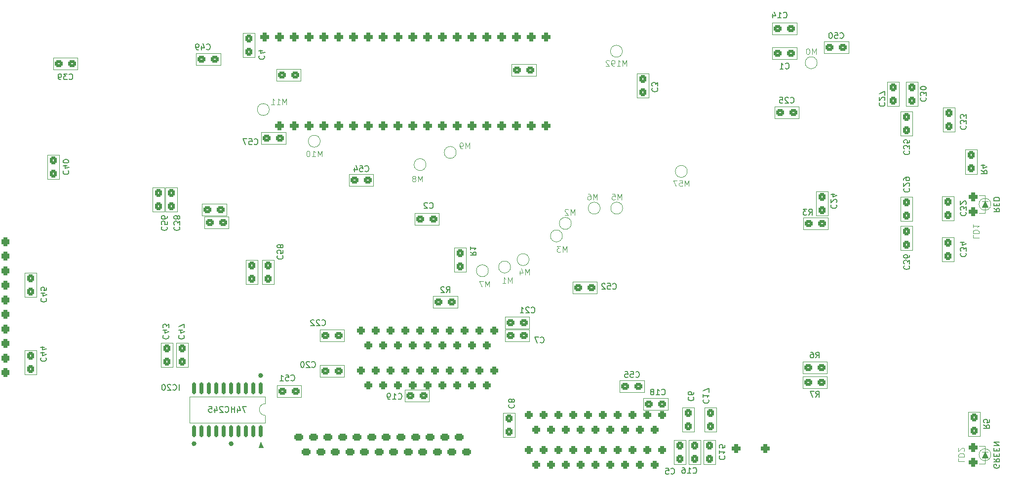
<source format=gbo>
G04 #@! TF.GenerationSoftware,KiCad,Pcbnew,7.0.2-0*
G04 #@! TF.CreationDate,2023-07-03T11:00:07+02:00*
G04 #@! TF.ProjectId,MegaCD,4d656761-4344-42e6-9b69-6361645f7063,rev?*
G04 #@! TF.SameCoordinates,Original*
G04 #@! TF.FileFunction,Legend,Bot*
G04 #@! TF.FilePolarity,Positive*
%FSLAX46Y46*%
G04 Gerber Fmt 4.6, Leading zero omitted, Abs format (unit mm)*
G04 Created by KiCad (PCBNEW 7.0.2-0) date 2023-07-03 11:00:07*
%MOMM*%
%LPD*%
G01*
G04 APERTURE LIST*
G04 Aperture macros list*
%AMRoundRect*
0 Rectangle with rounded corners*
0 $1 Rounding radius*
0 $2 $3 $4 $5 $6 $7 $8 $9 X,Y pos of 4 corners*
0 Add a 4 corners polygon primitive as box body*
4,1,4,$2,$3,$4,$5,$6,$7,$8,$9,$2,$3,0*
0 Add four circle primitives for the rounded corners*
1,1,$1+$1,$2,$3*
1,1,$1+$1,$4,$5*
1,1,$1+$1,$6,$7*
1,1,$1+$1,$8,$9*
0 Add four rect primitives between the rounded corners*
20,1,$1+$1,$2,$3,$4,$5,0*
20,1,$1+$1,$4,$5,$6,$7,0*
20,1,$1+$1,$6,$7,$8,$9,0*
20,1,$1+$1,$8,$9,$2,$3,0*%
G04 Aperture macros list end*
%ADD10C,0.150000*%
%ADD11C,0.100000*%
%ADD12C,0.409210*%
%ADD13C,2.767879*%
%ADD14R,1.600000X1.600000*%
%ADD15C,1.600000*%
%ADD16R,1.400000X1.400000*%
%ADD17O,1.400000X1.400000*%
%ADD18R,1.600000X1.200000*%
%ADD19RoundRect,0.300000X0.500000X-0.300000X0.500000X0.300000X-0.500000X0.300000X-0.500000X-0.300000X0*%
%ADD20R,1.400000X1.300000*%
%ADD21RoundRect,0.325000X0.375000X-0.325000X0.375000X0.325000X-0.375000X0.325000X-0.375000X-0.325000X0*%
%ADD22RoundRect,0.375000X-0.375000X0.375000X-0.375000X-0.375000X0.375000X-0.375000X0.375000X0.375000X0*%
%ADD23R,1.400000X1.600000*%
%ADD24RoundRect,0.350000X-0.350000X-0.450000X0.350000X-0.450000X0.350000X0.450000X-0.350000X0.450000X0*%
%ADD25O,2.000000X2.000000*%
%ADD26R,1.778000X8.000000*%
%ADD27RoundRect,0.375000X-0.375000X-0.375000X0.375000X-0.375000X0.375000X0.375000X-0.375000X0.375000X0*%
%ADD28RoundRect,0.375000X0.375000X-0.375000X0.375000X0.375000X-0.375000X0.375000X-0.375000X-0.375000X0*%
%ADD29RoundRect,0.255319X0.344681X-0.394681X0.344681X0.394681X-0.344681X0.394681X-0.344681X-0.394681X0*%
%ADD30C,1.500000*%
%ADD31RoundRect,0.255319X-0.344681X0.394681X-0.344681X-0.394681X0.344681X-0.394681X0.344681X0.394681X0*%
%ADD32RoundRect,0.255319X-0.394681X-0.344681X0.394681X-0.344681X0.394681X0.344681X-0.394681X0.344681X0*%
%ADD33RoundRect,0.255319X0.394681X0.344681X-0.394681X0.344681X-0.394681X-0.344681X0.394681X-0.344681X0*%
%ADD34RoundRect,0.150000X0.150000X-0.875000X0.150000X0.875000X-0.150000X0.875000X-0.150000X-0.875000X0*%
G04 APERTURE END LIST*
D10*
X229154180Y-86845876D02*
X229630371Y-87179209D01*
X229154180Y-87417304D02*
X230154180Y-87417304D01*
X230154180Y-87417304D02*
X230154180Y-87036352D01*
X230154180Y-87036352D02*
X230106561Y-86941114D01*
X230106561Y-86941114D02*
X230058942Y-86893495D01*
X230058942Y-86893495D02*
X229963704Y-86845876D01*
X229963704Y-86845876D02*
X229820847Y-86845876D01*
X229820847Y-86845876D02*
X229725609Y-86893495D01*
X229725609Y-86893495D02*
X229677990Y-86941114D01*
X229677990Y-86941114D02*
X229630371Y-87036352D01*
X229630371Y-87036352D02*
X229630371Y-87417304D01*
X229677990Y-86417304D02*
X229677990Y-86083971D01*
X229154180Y-85941114D02*
X229154180Y-86417304D01*
X229154180Y-86417304D02*
X230154180Y-86417304D01*
X230154180Y-86417304D02*
X230154180Y-85941114D01*
X229154180Y-85512542D02*
X230154180Y-85512542D01*
X230154180Y-85512542D02*
X230154180Y-85274447D01*
X230154180Y-85274447D02*
X230106561Y-85131590D01*
X230106561Y-85131590D02*
X230011323Y-85036352D01*
X230011323Y-85036352D02*
X229916085Y-84988733D01*
X229916085Y-84988733D02*
X229725609Y-84941114D01*
X229725609Y-84941114D02*
X229582752Y-84941114D01*
X229582752Y-84941114D02*
X229392276Y-84988733D01*
X229392276Y-84988733D02*
X229297038Y-85036352D01*
X229297038Y-85036352D02*
X229201800Y-85131590D01*
X229201800Y-85131590D02*
X229154180Y-85274447D01*
X229154180Y-85274447D02*
X229154180Y-85512542D01*
X230106561Y-130835495D02*
X230154180Y-130930733D01*
X230154180Y-130930733D02*
X230154180Y-131073590D01*
X230154180Y-131073590D02*
X230106561Y-131216447D01*
X230106561Y-131216447D02*
X230011323Y-131311685D01*
X230011323Y-131311685D02*
X229916085Y-131359304D01*
X229916085Y-131359304D02*
X229725609Y-131406923D01*
X229725609Y-131406923D02*
X229582752Y-131406923D01*
X229582752Y-131406923D02*
X229392276Y-131359304D01*
X229392276Y-131359304D02*
X229297038Y-131311685D01*
X229297038Y-131311685D02*
X229201800Y-131216447D01*
X229201800Y-131216447D02*
X229154180Y-131073590D01*
X229154180Y-131073590D02*
X229154180Y-130978352D01*
X229154180Y-130978352D02*
X229201800Y-130835495D01*
X229201800Y-130835495D02*
X229249419Y-130787876D01*
X229249419Y-130787876D02*
X229582752Y-130787876D01*
X229582752Y-130787876D02*
X229582752Y-130978352D01*
X229154180Y-129787876D02*
X229630371Y-130121209D01*
X229154180Y-130359304D02*
X230154180Y-130359304D01*
X230154180Y-130359304D02*
X230154180Y-129978352D01*
X230154180Y-129978352D02*
X230106561Y-129883114D01*
X230106561Y-129883114D02*
X230058942Y-129835495D01*
X230058942Y-129835495D02*
X229963704Y-129787876D01*
X229963704Y-129787876D02*
X229820847Y-129787876D01*
X229820847Y-129787876D02*
X229725609Y-129835495D01*
X229725609Y-129835495D02*
X229677990Y-129883114D01*
X229677990Y-129883114D02*
X229630371Y-129978352D01*
X229630371Y-129978352D02*
X229630371Y-130359304D01*
X229677990Y-129359304D02*
X229677990Y-129025971D01*
X229154180Y-128883114D02*
X229154180Y-129359304D01*
X229154180Y-129359304D02*
X230154180Y-129359304D01*
X230154180Y-129359304D02*
X230154180Y-128883114D01*
X229677990Y-128454542D02*
X229677990Y-128121209D01*
X229154180Y-127978352D02*
X229154180Y-128454542D01*
X229154180Y-128454542D02*
X230154180Y-128454542D01*
X230154180Y-128454542D02*
X230154180Y-127978352D01*
X229154180Y-127549780D02*
X230154180Y-127549780D01*
X230154180Y-127549780D02*
X229154180Y-126978352D01*
X229154180Y-126978352D02*
X230154180Y-126978352D01*
X146063619Y-120486466D02*
X146016000Y-120534085D01*
X146016000Y-120534085D02*
X145968380Y-120676942D01*
X145968380Y-120676942D02*
X145968380Y-120772180D01*
X145968380Y-120772180D02*
X146016000Y-120915037D01*
X146016000Y-120915037D02*
X146111238Y-121010275D01*
X146111238Y-121010275D02*
X146206476Y-121057894D01*
X146206476Y-121057894D02*
X146396952Y-121105513D01*
X146396952Y-121105513D02*
X146539809Y-121105513D01*
X146539809Y-121105513D02*
X146730285Y-121057894D01*
X146730285Y-121057894D02*
X146825523Y-121010275D01*
X146825523Y-121010275D02*
X146920761Y-120915037D01*
X146920761Y-120915037D02*
X146968380Y-120772180D01*
X146968380Y-120772180D02*
X146968380Y-120676942D01*
X146968380Y-120676942D02*
X146920761Y-120534085D01*
X146920761Y-120534085D02*
X146873142Y-120486466D01*
X146539809Y-119915037D02*
X146587428Y-120010275D01*
X146587428Y-120010275D02*
X146635047Y-120057894D01*
X146635047Y-120057894D02*
X146730285Y-120105513D01*
X146730285Y-120105513D02*
X146777904Y-120105513D01*
X146777904Y-120105513D02*
X146873142Y-120057894D01*
X146873142Y-120057894D02*
X146920761Y-120010275D01*
X146920761Y-120010275D02*
X146968380Y-119915037D01*
X146968380Y-119915037D02*
X146968380Y-119724561D01*
X146968380Y-119724561D02*
X146920761Y-119629323D01*
X146920761Y-119629323D02*
X146873142Y-119581704D01*
X146873142Y-119581704D02*
X146777904Y-119534085D01*
X146777904Y-119534085D02*
X146730285Y-119534085D01*
X146730285Y-119534085D02*
X146635047Y-119581704D01*
X146635047Y-119581704D02*
X146587428Y-119629323D01*
X146587428Y-119629323D02*
X146539809Y-119724561D01*
X146539809Y-119724561D02*
X146539809Y-119915037D01*
X146539809Y-119915037D02*
X146492190Y-120010275D01*
X146492190Y-120010275D02*
X146444571Y-120057894D01*
X146444571Y-120057894D02*
X146349333Y-120105513D01*
X146349333Y-120105513D02*
X146158857Y-120105513D01*
X146158857Y-120105513D02*
X146063619Y-120057894D01*
X146063619Y-120057894D02*
X146016000Y-120010275D01*
X146016000Y-120010275D02*
X145968380Y-119915037D01*
X145968380Y-119915037D02*
X145968380Y-119724561D01*
X145968380Y-119724561D02*
X146016000Y-119629323D01*
X146016000Y-119629323D02*
X146063619Y-119581704D01*
X146063619Y-119581704D02*
X146158857Y-119534085D01*
X146158857Y-119534085D02*
X146349333Y-119534085D01*
X146349333Y-119534085D02*
X146444571Y-119581704D01*
X146444571Y-119581704D02*
X146492190Y-119629323D01*
X146492190Y-119629323D02*
X146539809Y-119724561D01*
X227451580Y-123991666D02*
X227927771Y-124324999D01*
X227451580Y-124563094D02*
X228451580Y-124563094D01*
X228451580Y-124563094D02*
X228451580Y-124182142D01*
X228451580Y-124182142D02*
X228403961Y-124086904D01*
X228403961Y-124086904D02*
X228356342Y-124039285D01*
X228356342Y-124039285D02*
X228261104Y-123991666D01*
X228261104Y-123991666D02*
X228118247Y-123991666D01*
X228118247Y-123991666D02*
X228023009Y-124039285D01*
X228023009Y-124039285D02*
X227975390Y-124086904D01*
X227975390Y-124086904D02*
X227927771Y-124182142D01*
X227927771Y-124182142D02*
X227927771Y-124563094D01*
X228451580Y-123086904D02*
X228451580Y-123563094D01*
X228451580Y-123563094D02*
X227975390Y-123610713D01*
X227975390Y-123610713D02*
X228023009Y-123563094D01*
X228023009Y-123563094D02*
X228070628Y-123467856D01*
X228070628Y-123467856D02*
X228070628Y-123229761D01*
X228070628Y-123229761D02*
X228023009Y-123134523D01*
X228023009Y-123134523D02*
X227975390Y-123086904D01*
X227975390Y-123086904D02*
X227880152Y-123039285D01*
X227880152Y-123039285D02*
X227642057Y-123039285D01*
X227642057Y-123039285D02*
X227546819Y-123086904D01*
X227546819Y-123086904D02*
X227499200Y-123134523D01*
X227499200Y-123134523D02*
X227451580Y-123229761D01*
X227451580Y-123229761D02*
X227451580Y-123467856D01*
X227451580Y-123467856D02*
X227499200Y-123563094D01*
X227499200Y-123563094D02*
X227546819Y-123610713D01*
D11*
X176875913Y-83038019D02*
X176875913Y-82038019D01*
X176875913Y-82038019D02*
X176542580Y-82752304D01*
X176542580Y-82752304D02*
X176209247Y-82038019D01*
X176209247Y-82038019D02*
X176209247Y-83038019D01*
X175256866Y-82038019D02*
X175733056Y-82038019D01*
X175733056Y-82038019D02*
X175780675Y-82514209D01*
X175780675Y-82514209D02*
X175733056Y-82466590D01*
X175733056Y-82466590D02*
X175637818Y-82418971D01*
X175637818Y-82418971D02*
X175399723Y-82418971D01*
X175399723Y-82418971D02*
X175304485Y-82466590D01*
X175304485Y-82466590D02*
X175256866Y-82514209D01*
X175256866Y-82514209D02*
X175209247Y-82609447D01*
X175209247Y-82609447D02*
X175209247Y-82847542D01*
X175209247Y-82847542D02*
X175256866Y-82942780D01*
X175256866Y-82942780D02*
X175304485Y-82990400D01*
X175304485Y-82990400D02*
X175399723Y-83038019D01*
X175399723Y-83038019D02*
X175637818Y-83038019D01*
X175637818Y-83038019D02*
X175733056Y-82990400D01*
X175733056Y-82990400D02*
X175780675Y-82942780D01*
X174875913Y-82038019D02*
X174209247Y-82038019D01*
X174209247Y-82038019D02*
X174637818Y-83038019D01*
D10*
X65799619Y-112479057D02*
X65752000Y-112526676D01*
X65752000Y-112526676D02*
X65704380Y-112669533D01*
X65704380Y-112669533D02*
X65704380Y-112764771D01*
X65704380Y-112764771D02*
X65752000Y-112907628D01*
X65752000Y-112907628D02*
X65847238Y-113002866D01*
X65847238Y-113002866D02*
X65942476Y-113050485D01*
X65942476Y-113050485D02*
X66132952Y-113098104D01*
X66132952Y-113098104D02*
X66275809Y-113098104D01*
X66275809Y-113098104D02*
X66466285Y-113050485D01*
X66466285Y-113050485D02*
X66561523Y-113002866D01*
X66561523Y-113002866D02*
X66656761Y-112907628D01*
X66656761Y-112907628D02*
X66704380Y-112764771D01*
X66704380Y-112764771D02*
X66704380Y-112669533D01*
X66704380Y-112669533D02*
X66656761Y-112526676D01*
X66656761Y-112526676D02*
X66609142Y-112479057D01*
X66371047Y-111621914D02*
X65704380Y-111621914D01*
X66752000Y-111860009D02*
X66037714Y-112098104D01*
X66037714Y-112098104D02*
X66037714Y-111479057D01*
X66371047Y-110669533D02*
X65704380Y-110669533D01*
X66752000Y-110907628D02*
X66037714Y-111145723D01*
X66037714Y-111145723D02*
X66037714Y-110526676D01*
X172219857Y-118756780D02*
X172267476Y-118804400D01*
X172267476Y-118804400D02*
X172410333Y-118852019D01*
X172410333Y-118852019D02*
X172505571Y-118852019D01*
X172505571Y-118852019D02*
X172648428Y-118804400D01*
X172648428Y-118804400D02*
X172743666Y-118709161D01*
X172743666Y-118709161D02*
X172791285Y-118613923D01*
X172791285Y-118613923D02*
X172838904Y-118423447D01*
X172838904Y-118423447D02*
X172838904Y-118280590D01*
X172838904Y-118280590D02*
X172791285Y-118090114D01*
X172791285Y-118090114D02*
X172743666Y-117994876D01*
X172743666Y-117994876D02*
X172648428Y-117899638D01*
X172648428Y-117899638D02*
X172505571Y-117852019D01*
X172505571Y-117852019D02*
X172410333Y-117852019D01*
X172410333Y-117852019D02*
X172267476Y-117899638D01*
X172267476Y-117899638D02*
X172219857Y-117947257D01*
X171267476Y-118852019D02*
X171838904Y-118852019D01*
X171553190Y-118852019D02*
X171553190Y-117852019D01*
X171553190Y-117852019D02*
X171648428Y-117994876D01*
X171648428Y-117994876D02*
X171743666Y-118090114D01*
X171743666Y-118090114D02*
X171838904Y-118137733D01*
X170696047Y-118280590D02*
X170791285Y-118232971D01*
X170791285Y-118232971D02*
X170838904Y-118185352D01*
X170838904Y-118185352D02*
X170886523Y-118090114D01*
X170886523Y-118090114D02*
X170886523Y-118042495D01*
X170886523Y-118042495D02*
X170838904Y-117947257D01*
X170838904Y-117947257D02*
X170791285Y-117899638D01*
X170791285Y-117899638D02*
X170696047Y-117852019D01*
X170696047Y-117852019D02*
X170505571Y-117852019D01*
X170505571Y-117852019D02*
X170410333Y-117899638D01*
X170410333Y-117899638D02*
X170362714Y-117947257D01*
X170362714Y-117947257D02*
X170315095Y-118042495D01*
X170315095Y-118042495D02*
X170315095Y-118090114D01*
X170315095Y-118090114D02*
X170362714Y-118185352D01*
X170362714Y-118185352D02*
X170410333Y-118232971D01*
X170410333Y-118232971D02*
X170505571Y-118280590D01*
X170505571Y-118280590D02*
X170696047Y-118280590D01*
X170696047Y-118280590D02*
X170791285Y-118328209D01*
X170791285Y-118328209D02*
X170838904Y-118375828D01*
X170838904Y-118375828D02*
X170886523Y-118471066D01*
X170886523Y-118471066D02*
X170886523Y-118661542D01*
X170886523Y-118661542D02*
X170838904Y-118756780D01*
X170838904Y-118756780D02*
X170791285Y-118804400D01*
X170791285Y-118804400D02*
X170696047Y-118852019D01*
X170696047Y-118852019D02*
X170505571Y-118852019D01*
X170505571Y-118852019D02*
X170410333Y-118804400D01*
X170410333Y-118804400D02*
X170362714Y-118756780D01*
X170362714Y-118756780D02*
X170315095Y-118661542D01*
X170315095Y-118661542D02*
X170315095Y-118471066D01*
X170315095Y-118471066D02*
X170362714Y-118375828D01*
X170362714Y-118375828D02*
X170410333Y-118328209D01*
X170410333Y-118328209D02*
X170505571Y-118280590D01*
D11*
X139264923Y-76586419D02*
X139264923Y-75586419D01*
X139264923Y-75586419D02*
X138931590Y-76300704D01*
X138931590Y-76300704D02*
X138598257Y-75586419D01*
X138598257Y-75586419D02*
X138598257Y-76586419D01*
X138074447Y-76586419D02*
X137883971Y-76586419D01*
X137883971Y-76586419D02*
X137788733Y-76538800D01*
X137788733Y-76538800D02*
X137741114Y-76491180D01*
X137741114Y-76491180D02*
X137645876Y-76348323D01*
X137645876Y-76348323D02*
X137598257Y-76157847D01*
X137598257Y-76157847D02*
X137598257Y-75776895D01*
X137598257Y-75776895D02*
X137645876Y-75681657D01*
X137645876Y-75681657D02*
X137693495Y-75634038D01*
X137693495Y-75634038D02*
X137788733Y-75586419D01*
X137788733Y-75586419D02*
X137979209Y-75586419D01*
X137979209Y-75586419D02*
X138074447Y-75634038D01*
X138074447Y-75634038D02*
X138122066Y-75681657D01*
X138122066Y-75681657D02*
X138169685Y-75776895D01*
X138169685Y-75776895D02*
X138169685Y-76014990D01*
X138169685Y-76014990D02*
X138122066Y-76110228D01*
X138122066Y-76110228D02*
X138074447Y-76157847D01*
X138074447Y-76157847D02*
X137979209Y-76205466D01*
X137979209Y-76205466D02*
X137788733Y-76205466D01*
X137788733Y-76205466D02*
X137693495Y-76157847D01*
X137693495Y-76157847D02*
X137645876Y-76110228D01*
X137645876Y-76110228D02*
X137598257Y-76014990D01*
X165325323Y-85349419D02*
X165325323Y-84349419D01*
X165325323Y-84349419D02*
X164991990Y-85063704D01*
X164991990Y-85063704D02*
X164658657Y-84349419D01*
X164658657Y-84349419D02*
X164658657Y-85349419D01*
X163706276Y-84349419D02*
X164182466Y-84349419D01*
X164182466Y-84349419D02*
X164230085Y-84825609D01*
X164230085Y-84825609D02*
X164182466Y-84777990D01*
X164182466Y-84777990D02*
X164087228Y-84730371D01*
X164087228Y-84730371D02*
X163849133Y-84730371D01*
X163849133Y-84730371D02*
X163753895Y-84777990D01*
X163753895Y-84777990D02*
X163706276Y-84825609D01*
X163706276Y-84825609D02*
X163658657Y-84920847D01*
X163658657Y-84920847D02*
X163658657Y-85158942D01*
X163658657Y-85158942D02*
X163706276Y-85254180D01*
X163706276Y-85254180D02*
X163753895Y-85301800D01*
X163753895Y-85301800D02*
X163849133Y-85349419D01*
X163849133Y-85349419D02*
X164087228Y-85349419D01*
X164087228Y-85349419D02*
X164182466Y-85301800D01*
X164182466Y-85301800D02*
X164230085Y-85254180D01*
D10*
X149867857Y-104685180D02*
X149915476Y-104732800D01*
X149915476Y-104732800D02*
X150058333Y-104780419D01*
X150058333Y-104780419D02*
X150153571Y-104780419D01*
X150153571Y-104780419D02*
X150296428Y-104732800D01*
X150296428Y-104732800D02*
X150391666Y-104637561D01*
X150391666Y-104637561D02*
X150439285Y-104542323D01*
X150439285Y-104542323D02*
X150486904Y-104351847D01*
X150486904Y-104351847D02*
X150486904Y-104208990D01*
X150486904Y-104208990D02*
X150439285Y-104018514D01*
X150439285Y-104018514D02*
X150391666Y-103923276D01*
X150391666Y-103923276D02*
X150296428Y-103828038D01*
X150296428Y-103828038D02*
X150153571Y-103780419D01*
X150153571Y-103780419D02*
X150058333Y-103780419D01*
X150058333Y-103780419D02*
X149915476Y-103828038D01*
X149915476Y-103828038D02*
X149867857Y-103875657D01*
X149486904Y-103875657D02*
X149439285Y-103828038D01*
X149439285Y-103828038D02*
X149344047Y-103780419D01*
X149344047Y-103780419D02*
X149105952Y-103780419D01*
X149105952Y-103780419D02*
X149010714Y-103828038D01*
X149010714Y-103828038D02*
X148963095Y-103875657D01*
X148963095Y-103875657D02*
X148915476Y-103970895D01*
X148915476Y-103970895D02*
X148915476Y-104066133D01*
X148915476Y-104066133D02*
X148963095Y-104208990D01*
X148963095Y-104208990D02*
X149534523Y-104780419D01*
X149534523Y-104780419D02*
X148915476Y-104780419D01*
X147963095Y-104780419D02*
X148534523Y-104780419D01*
X148248809Y-104780419D02*
X148248809Y-103780419D01*
X148248809Y-103780419D02*
X148344047Y-103923276D01*
X148344047Y-103923276D02*
X148439285Y-104018514D01*
X148439285Y-104018514D02*
X148534523Y-104066133D01*
X197448466Y-87965619D02*
X197781799Y-87489428D01*
X198019894Y-87965619D02*
X198019894Y-86965619D01*
X198019894Y-86965619D02*
X197638942Y-86965619D01*
X197638942Y-86965619D02*
X197543704Y-87013238D01*
X197543704Y-87013238D02*
X197496085Y-87060857D01*
X197496085Y-87060857D02*
X197448466Y-87156095D01*
X197448466Y-87156095D02*
X197448466Y-87298952D01*
X197448466Y-87298952D02*
X197496085Y-87394190D01*
X197496085Y-87394190D02*
X197543704Y-87441809D01*
X197543704Y-87441809D02*
X197638942Y-87489428D01*
X197638942Y-87489428D02*
X198019894Y-87489428D01*
X197115132Y-86965619D02*
X196496085Y-86965619D01*
X196496085Y-86965619D02*
X196829418Y-87346571D01*
X196829418Y-87346571D02*
X196686561Y-87346571D01*
X196686561Y-87346571D02*
X196591323Y-87394190D01*
X196591323Y-87394190D02*
X196543704Y-87441809D01*
X196543704Y-87441809D02*
X196496085Y-87537047D01*
X196496085Y-87537047D02*
X196496085Y-87775142D01*
X196496085Y-87775142D02*
X196543704Y-87870380D01*
X196543704Y-87870380D02*
X196591323Y-87918000D01*
X196591323Y-87918000D02*
X196686561Y-87965619D01*
X196686561Y-87965619D02*
X196972275Y-87965619D01*
X196972275Y-87965619D02*
X197067513Y-87918000D01*
X197067513Y-87918000D02*
X197115132Y-87870380D01*
X213830819Y-83421457D02*
X213783200Y-83469076D01*
X213783200Y-83469076D02*
X213735580Y-83611933D01*
X213735580Y-83611933D02*
X213735580Y-83707171D01*
X213735580Y-83707171D02*
X213783200Y-83850028D01*
X213783200Y-83850028D02*
X213878438Y-83945266D01*
X213878438Y-83945266D02*
X213973676Y-83992885D01*
X213973676Y-83992885D02*
X214164152Y-84040504D01*
X214164152Y-84040504D02*
X214307009Y-84040504D01*
X214307009Y-84040504D02*
X214497485Y-83992885D01*
X214497485Y-83992885D02*
X214592723Y-83945266D01*
X214592723Y-83945266D02*
X214687961Y-83850028D01*
X214687961Y-83850028D02*
X214735580Y-83707171D01*
X214735580Y-83707171D02*
X214735580Y-83611933D01*
X214735580Y-83611933D02*
X214687961Y-83469076D01*
X214687961Y-83469076D02*
X214640342Y-83421457D01*
X214640342Y-83040504D02*
X214687961Y-82992885D01*
X214687961Y-82992885D02*
X214735580Y-82897647D01*
X214735580Y-82897647D02*
X214735580Y-82659552D01*
X214735580Y-82659552D02*
X214687961Y-82564314D01*
X214687961Y-82564314D02*
X214640342Y-82516695D01*
X214640342Y-82516695D02*
X214545104Y-82469076D01*
X214545104Y-82469076D02*
X214449866Y-82469076D01*
X214449866Y-82469076D02*
X214307009Y-82516695D01*
X214307009Y-82516695D02*
X213735580Y-83088123D01*
X213735580Y-83088123D02*
X213735580Y-82469076D01*
X213735580Y-81992885D02*
X213735580Y-81802409D01*
X213735580Y-81802409D02*
X213783200Y-81707171D01*
X213783200Y-81707171D02*
X213830819Y-81659552D01*
X213830819Y-81659552D02*
X213973676Y-81564314D01*
X213973676Y-81564314D02*
X214164152Y-81516695D01*
X214164152Y-81516695D02*
X214545104Y-81516695D01*
X214545104Y-81516695D02*
X214640342Y-81564314D01*
X214640342Y-81564314D02*
X214687961Y-81611933D01*
X214687961Y-81611933D02*
X214735580Y-81707171D01*
X214735580Y-81707171D02*
X214735580Y-81897647D01*
X214735580Y-81897647D02*
X214687961Y-81992885D01*
X214687961Y-81992885D02*
X214640342Y-82040504D01*
X214640342Y-82040504D02*
X214545104Y-82088123D01*
X214545104Y-82088123D02*
X214307009Y-82088123D01*
X214307009Y-82088123D02*
X214211771Y-82040504D01*
X214211771Y-82040504D02*
X214164152Y-81992885D01*
X214164152Y-81992885D02*
X214116533Y-81897647D01*
X214116533Y-81897647D02*
X214116533Y-81707171D01*
X214116533Y-81707171D02*
X214164152Y-81611933D01*
X214164152Y-81611933D02*
X214211771Y-81564314D01*
X214211771Y-81564314D02*
X214307009Y-81516695D01*
X177604657Y-132218780D02*
X177652276Y-132266400D01*
X177652276Y-132266400D02*
X177795133Y-132314019D01*
X177795133Y-132314019D02*
X177890371Y-132314019D01*
X177890371Y-132314019D02*
X178033228Y-132266400D01*
X178033228Y-132266400D02*
X178128466Y-132171161D01*
X178128466Y-132171161D02*
X178176085Y-132075923D01*
X178176085Y-132075923D02*
X178223704Y-131885447D01*
X178223704Y-131885447D02*
X178223704Y-131742590D01*
X178223704Y-131742590D02*
X178176085Y-131552114D01*
X178176085Y-131552114D02*
X178128466Y-131456876D01*
X178128466Y-131456876D02*
X178033228Y-131361638D01*
X178033228Y-131361638D02*
X177890371Y-131314019D01*
X177890371Y-131314019D02*
X177795133Y-131314019D01*
X177795133Y-131314019D02*
X177652276Y-131361638D01*
X177652276Y-131361638D02*
X177604657Y-131409257D01*
X176652276Y-132314019D02*
X177223704Y-132314019D01*
X176937990Y-132314019D02*
X176937990Y-131314019D01*
X176937990Y-131314019D02*
X177033228Y-131456876D01*
X177033228Y-131456876D02*
X177128466Y-131552114D01*
X177128466Y-131552114D02*
X177223704Y-131599733D01*
X175795133Y-131314019D02*
X175985609Y-131314019D01*
X175985609Y-131314019D02*
X176080847Y-131361638D01*
X176080847Y-131361638D02*
X176128466Y-131409257D01*
X176128466Y-131409257D02*
X176223704Y-131552114D01*
X176223704Y-131552114D02*
X176271323Y-131742590D01*
X176271323Y-131742590D02*
X176271323Y-132123542D01*
X176271323Y-132123542D02*
X176223704Y-132218780D01*
X176223704Y-132218780D02*
X176176085Y-132266400D01*
X176176085Y-132266400D02*
X176080847Y-132314019D01*
X176080847Y-132314019D02*
X175890371Y-132314019D01*
X175890371Y-132314019D02*
X175795133Y-132266400D01*
X175795133Y-132266400D02*
X175747514Y-132218780D01*
X175747514Y-132218780D02*
X175699895Y-132123542D01*
X175699895Y-132123542D02*
X175699895Y-131885447D01*
X175699895Y-131885447D02*
X175747514Y-131790209D01*
X175747514Y-131790209D02*
X175795133Y-131742590D01*
X175795133Y-131742590D02*
X175890371Y-131694971D01*
X175890371Y-131694971D02*
X176080847Y-131694971D01*
X176080847Y-131694971D02*
X176176085Y-131742590D01*
X176176085Y-131742590D02*
X176223704Y-131790209D01*
X176223704Y-131790209D02*
X176271323Y-131885447D01*
D11*
X142668523Y-100310019D02*
X142668523Y-99310019D01*
X142668523Y-99310019D02*
X142335190Y-100024304D01*
X142335190Y-100024304D02*
X142001857Y-99310019D01*
X142001857Y-99310019D02*
X142001857Y-100310019D01*
X141620904Y-99310019D02*
X140954238Y-99310019D01*
X140954238Y-99310019D02*
X141382809Y-100310019D01*
D10*
X163837857Y-100621180D02*
X163885476Y-100668800D01*
X163885476Y-100668800D02*
X164028333Y-100716419D01*
X164028333Y-100716419D02*
X164123571Y-100716419D01*
X164123571Y-100716419D02*
X164266428Y-100668800D01*
X164266428Y-100668800D02*
X164361666Y-100573561D01*
X164361666Y-100573561D02*
X164409285Y-100478323D01*
X164409285Y-100478323D02*
X164456904Y-100287847D01*
X164456904Y-100287847D02*
X164456904Y-100144990D01*
X164456904Y-100144990D02*
X164409285Y-99954514D01*
X164409285Y-99954514D02*
X164361666Y-99859276D01*
X164361666Y-99859276D02*
X164266428Y-99764038D01*
X164266428Y-99764038D02*
X164123571Y-99716419D01*
X164123571Y-99716419D02*
X164028333Y-99716419D01*
X164028333Y-99716419D02*
X163885476Y-99764038D01*
X163885476Y-99764038D02*
X163837857Y-99811657D01*
X162933095Y-99716419D02*
X163409285Y-99716419D01*
X163409285Y-99716419D02*
X163456904Y-100192609D01*
X163456904Y-100192609D02*
X163409285Y-100144990D01*
X163409285Y-100144990D02*
X163314047Y-100097371D01*
X163314047Y-100097371D02*
X163075952Y-100097371D01*
X163075952Y-100097371D02*
X162980714Y-100144990D01*
X162980714Y-100144990D02*
X162933095Y-100192609D01*
X162933095Y-100192609D02*
X162885476Y-100287847D01*
X162885476Y-100287847D02*
X162885476Y-100525942D01*
X162885476Y-100525942D02*
X162933095Y-100621180D01*
X162933095Y-100621180D02*
X162980714Y-100668800D01*
X162980714Y-100668800D02*
X163075952Y-100716419D01*
X163075952Y-100716419D02*
X163314047Y-100716419D01*
X163314047Y-100716419D02*
X163409285Y-100668800D01*
X163409285Y-100668800D02*
X163456904Y-100621180D01*
X162504523Y-99811657D02*
X162456904Y-99764038D01*
X162456904Y-99764038D02*
X162361666Y-99716419D01*
X162361666Y-99716419D02*
X162123571Y-99716419D01*
X162123571Y-99716419D02*
X162028333Y-99764038D01*
X162028333Y-99764038D02*
X161980714Y-99811657D01*
X161980714Y-99811657D02*
X161933095Y-99906895D01*
X161933095Y-99906895D02*
X161933095Y-100002133D01*
X161933095Y-100002133D02*
X161980714Y-100144990D01*
X161980714Y-100144990D02*
X162552142Y-100716419D01*
X162552142Y-100716419D02*
X161933095Y-100716419D01*
D11*
X113934713Y-77958019D02*
X113934713Y-76958019D01*
X113934713Y-76958019D02*
X113601380Y-77672304D01*
X113601380Y-77672304D02*
X113268047Y-76958019D01*
X113268047Y-76958019D02*
X113268047Y-77958019D01*
X112268047Y-77958019D02*
X112839475Y-77958019D01*
X112553761Y-77958019D02*
X112553761Y-76958019D01*
X112553761Y-76958019D02*
X112648999Y-77100876D01*
X112648999Y-77100876D02*
X112744237Y-77196114D01*
X112744237Y-77196114D02*
X112839475Y-77243733D01*
X111648999Y-76958019D02*
X111553761Y-76958019D01*
X111553761Y-76958019D02*
X111458523Y-77005638D01*
X111458523Y-77005638D02*
X111410904Y-77053257D01*
X111410904Y-77053257D02*
X111363285Y-77148495D01*
X111363285Y-77148495D02*
X111315666Y-77338971D01*
X111315666Y-77338971D02*
X111315666Y-77577066D01*
X111315666Y-77577066D02*
X111363285Y-77767542D01*
X111363285Y-77767542D02*
X111410904Y-77862780D01*
X111410904Y-77862780D02*
X111458523Y-77910400D01*
X111458523Y-77910400D02*
X111553761Y-77958019D01*
X111553761Y-77958019D02*
X111648999Y-77958019D01*
X111648999Y-77958019D02*
X111744237Y-77910400D01*
X111744237Y-77910400D02*
X111791856Y-77862780D01*
X111791856Y-77862780D02*
X111839475Y-77767542D01*
X111839475Y-77767542D02*
X111887094Y-77577066D01*
X111887094Y-77577066D02*
X111887094Y-77338971D01*
X111887094Y-77338971D02*
X111839475Y-77148495D01*
X111839475Y-77148495D02*
X111791856Y-77053257D01*
X111791856Y-77053257D02*
X111744237Y-77005638D01*
X111744237Y-77005638D02*
X111648999Y-76958019D01*
X166226904Y-62413219D02*
X166226904Y-61413219D01*
X166226904Y-61413219D02*
X165893571Y-62127504D01*
X165893571Y-62127504D02*
X165560238Y-61413219D01*
X165560238Y-61413219D02*
X165560238Y-62413219D01*
X164560238Y-62413219D02*
X165131666Y-62413219D01*
X164845952Y-62413219D02*
X164845952Y-61413219D01*
X164845952Y-61413219D02*
X164941190Y-61556076D01*
X164941190Y-61556076D02*
X165036428Y-61651314D01*
X165036428Y-61651314D02*
X165131666Y-61698933D01*
X164084047Y-62413219D02*
X163893571Y-62413219D01*
X163893571Y-62413219D02*
X163798333Y-62365600D01*
X163798333Y-62365600D02*
X163750714Y-62317980D01*
X163750714Y-62317980D02*
X163655476Y-62175123D01*
X163655476Y-62175123D02*
X163607857Y-61984647D01*
X163607857Y-61984647D02*
X163607857Y-61603695D01*
X163607857Y-61603695D02*
X163655476Y-61508457D01*
X163655476Y-61508457D02*
X163703095Y-61460838D01*
X163703095Y-61460838D02*
X163798333Y-61413219D01*
X163798333Y-61413219D02*
X163988809Y-61413219D01*
X163988809Y-61413219D02*
X164084047Y-61460838D01*
X164084047Y-61460838D02*
X164131666Y-61508457D01*
X164131666Y-61508457D02*
X164179285Y-61603695D01*
X164179285Y-61603695D02*
X164179285Y-61841790D01*
X164179285Y-61841790D02*
X164131666Y-61937028D01*
X164131666Y-61937028D02*
X164084047Y-61984647D01*
X164084047Y-61984647D02*
X163988809Y-62032266D01*
X163988809Y-62032266D02*
X163798333Y-62032266D01*
X163798333Y-62032266D02*
X163703095Y-61984647D01*
X163703095Y-61984647D02*
X163655476Y-61937028D01*
X163655476Y-61937028D02*
X163607857Y-61841790D01*
X163226904Y-61508457D02*
X163179285Y-61460838D01*
X163179285Y-61460838D02*
X163084047Y-61413219D01*
X163084047Y-61413219D02*
X162845952Y-61413219D01*
X162845952Y-61413219D02*
X162750714Y-61460838D01*
X162750714Y-61460838D02*
X162703095Y-61508457D01*
X162703095Y-61508457D02*
X162655476Y-61603695D01*
X162655476Y-61603695D02*
X162655476Y-61698933D01*
X162655476Y-61698933D02*
X162703095Y-61841790D01*
X162703095Y-61841790D02*
X163274523Y-62413219D01*
X163274523Y-62413219D02*
X162655476Y-62413219D01*
D10*
X69660419Y-80373457D02*
X69612800Y-80421076D01*
X69612800Y-80421076D02*
X69565180Y-80563933D01*
X69565180Y-80563933D02*
X69565180Y-80659171D01*
X69565180Y-80659171D02*
X69612800Y-80802028D01*
X69612800Y-80802028D02*
X69708038Y-80897266D01*
X69708038Y-80897266D02*
X69803276Y-80944885D01*
X69803276Y-80944885D02*
X69993752Y-80992504D01*
X69993752Y-80992504D02*
X70136609Y-80992504D01*
X70136609Y-80992504D02*
X70327085Y-80944885D01*
X70327085Y-80944885D02*
X70422323Y-80897266D01*
X70422323Y-80897266D02*
X70517561Y-80802028D01*
X70517561Y-80802028D02*
X70565180Y-80659171D01*
X70565180Y-80659171D02*
X70565180Y-80563933D01*
X70565180Y-80563933D02*
X70517561Y-80421076D01*
X70517561Y-80421076D02*
X70469942Y-80373457D01*
X70231847Y-79516314D02*
X69565180Y-79516314D01*
X70612800Y-79754409D02*
X69898514Y-79992504D01*
X69898514Y-79992504D02*
X69898514Y-79373457D01*
X70565180Y-78802028D02*
X70565180Y-78706790D01*
X70565180Y-78706790D02*
X70517561Y-78611552D01*
X70517561Y-78611552D02*
X70469942Y-78563933D01*
X70469942Y-78563933D02*
X70374704Y-78516314D01*
X70374704Y-78516314D02*
X70184228Y-78468695D01*
X70184228Y-78468695D02*
X69946133Y-78468695D01*
X69946133Y-78468695D02*
X69755657Y-78516314D01*
X69755657Y-78516314D02*
X69660419Y-78563933D01*
X69660419Y-78563933D02*
X69612800Y-78611552D01*
X69612800Y-78611552D02*
X69565180Y-78706790D01*
X69565180Y-78706790D02*
X69565180Y-78802028D01*
X69565180Y-78802028D02*
X69612800Y-78897266D01*
X69612800Y-78897266D02*
X69660419Y-78944885D01*
X69660419Y-78944885D02*
X69755657Y-78992504D01*
X69755657Y-78992504D02*
X69946133Y-79040123D01*
X69946133Y-79040123D02*
X70184228Y-79040123D01*
X70184228Y-79040123D02*
X70374704Y-78992504D01*
X70374704Y-78992504D02*
X70469942Y-78944885D01*
X70469942Y-78944885D02*
X70517561Y-78897266D01*
X70517561Y-78897266D02*
X70565180Y-78802028D01*
X94191057Y-59523980D02*
X94238676Y-59571600D01*
X94238676Y-59571600D02*
X94381533Y-59619219D01*
X94381533Y-59619219D02*
X94476771Y-59619219D01*
X94476771Y-59619219D02*
X94619628Y-59571600D01*
X94619628Y-59571600D02*
X94714866Y-59476361D01*
X94714866Y-59476361D02*
X94762485Y-59381123D01*
X94762485Y-59381123D02*
X94810104Y-59190647D01*
X94810104Y-59190647D02*
X94810104Y-59047790D01*
X94810104Y-59047790D02*
X94762485Y-58857314D01*
X94762485Y-58857314D02*
X94714866Y-58762076D01*
X94714866Y-58762076D02*
X94619628Y-58666838D01*
X94619628Y-58666838D02*
X94476771Y-58619219D01*
X94476771Y-58619219D02*
X94381533Y-58619219D01*
X94381533Y-58619219D02*
X94238676Y-58666838D01*
X94238676Y-58666838D02*
X94191057Y-58714457D01*
X93333914Y-58952552D02*
X93333914Y-59619219D01*
X93572009Y-58571600D02*
X93810104Y-59285885D01*
X93810104Y-59285885D02*
X93191057Y-59285885D01*
X92762485Y-59619219D02*
X92572009Y-59619219D01*
X92572009Y-59619219D02*
X92476771Y-59571600D01*
X92476771Y-59571600D02*
X92429152Y-59523980D01*
X92429152Y-59523980D02*
X92333914Y-59381123D01*
X92333914Y-59381123D02*
X92286295Y-59190647D01*
X92286295Y-59190647D02*
X92286295Y-58809695D01*
X92286295Y-58809695D02*
X92333914Y-58714457D01*
X92333914Y-58714457D02*
X92381533Y-58666838D01*
X92381533Y-58666838D02*
X92476771Y-58619219D01*
X92476771Y-58619219D02*
X92667247Y-58619219D01*
X92667247Y-58619219D02*
X92762485Y-58666838D01*
X92762485Y-58666838D02*
X92810104Y-58714457D01*
X92810104Y-58714457D02*
X92857723Y-58809695D01*
X92857723Y-58809695D02*
X92857723Y-59047790D01*
X92857723Y-59047790D02*
X92810104Y-59143028D01*
X92810104Y-59143028D02*
X92762485Y-59190647D01*
X92762485Y-59190647D02*
X92667247Y-59238266D01*
X92667247Y-59238266D02*
X92476771Y-59238266D01*
X92476771Y-59238266D02*
X92381533Y-59190647D01*
X92381533Y-59190647D02*
X92333914Y-59143028D01*
X92333914Y-59143028D02*
X92286295Y-59047790D01*
X213830819Y-96680257D02*
X213783200Y-96727876D01*
X213783200Y-96727876D02*
X213735580Y-96870733D01*
X213735580Y-96870733D02*
X213735580Y-96965971D01*
X213735580Y-96965971D02*
X213783200Y-97108828D01*
X213783200Y-97108828D02*
X213878438Y-97204066D01*
X213878438Y-97204066D02*
X213973676Y-97251685D01*
X213973676Y-97251685D02*
X214164152Y-97299304D01*
X214164152Y-97299304D02*
X214307009Y-97299304D01*
X214307009Y-97299304D02*
X214497485Y-97251685D01*
X214497485Y-97251685D02*
X214592723Y-97204066D01*
X214592723Y-97204066D02*
X214687961Y-97108828D01*
X214687961Y-97108828D02*
X214735580Y-96965971D01*
X214735580Y-96965971D02*
X214735580Y-96870733D01*
X214735580Y-96870733D02*
X214687961Y-96727876D01*
X214687961Y-96727876D02*
X214640342Y-96680257D01*
X214735580Y-96346923D02*
X214735580Y-95727876D01*
X214735580Y-95727876D02*
X214354628Y-96061209D01*
X214354628Y-96061209D02*
X214354628Y-95918352D01*
X214354628Y-95918352D02*
X214307009Y-95823114D01*
X214307009Y-95823114D02*
X214259390Y-95775495D01*
X214259390Y-95775495D02*
X214164152Y-95727876D01*
X214164152Y-95727876D02*
X213926057Y-95727876D01*
X213926057Y-95727876D02*
X213830819Y-95775495D01*
X213830819Y-95775495D02*
X213783200Y-95823114D01*
X213783200Y-95823114D02*
X213735580Y-95918352D01*
X213735580Y-95918352D02*
X213735580Y-96204066D01*
X213735580Y-96204066D02*
X213783200Y-96299304D01*
X213783200Y-96299304D02*
X213830819Y-96346923D01*
X214735580Y-94870733D02*
X214735580Y-95061209D01*
X214735580Y-95061209D02*
X214687961Y-95156447D01*
X214687961Y-95156447D02*
X214640342Y-95204066D01*
X214640342Y-95204066D02*
X214497485Y-95299304D01*
X214497485Y-95299304D02*
X214307009Y-95346923D01*
X214307009Y-95346923D02*
X213926057Y-95346923D01*
X213926057Y-95346923D02*
X213830819Y-95299304D01*
X213830819Y-95299304D02*
X213783200Y-95251685D01*
X213783200Y-95251685D02*
X213735580Y-95156447D01*
X213735580Y-95156447D02*
X213735580Y-94965971D01*
X213735580Y-94965971D02*
X213783200Y-94870733D01*
X213783200Y-94870733D02*
X213830819Y-94823114D01*
X213830819Y-94823114D02*
X213926057Y-94775495D01*
X213926057Y-94775495D02*
X214164152Y-94775495D01*
X214164152Y-94775495D02*
X214259390Y-94823114D01*
X214259390Y-94823114D02*
X214307009Y-94870733D01*
X214307009Y-94870733D02*
X214354628Y-94965971D01*
X214354628Y-94965971D02*
X214354628Y-95156447D01*
X214354628Y-95156447D02*
X214307009Y-95251685D01*
X214307009Y-95251685D02*
X214259390Y-95299304D01*
X214259390Y-95299304D02*
X214164152Y-95346923D01*
X209614419Y-68689457D02*
X209566800Y-68737076D01*
X209566800Y-68737076D02*
X209519180Y-68879933D01*
X209519180Y-68879933D02*
X209519180Y-68975171D01*
X209519180Y-68975171D02*
X209566800Y-69118028D01*
X209566800Y-69118028D02*
X209662038Y-69213266D01*
X209662038Y-69213266D02*
X209757276Y-69260885D01*
X209757276Y-69260885D02*
X209947752Y-69308504D01*
X209947752Y-69308504D02*
X210090609Y-69308504D01*
X210090609Y-69308504D02*
X210281085Y-69260885D01*
X210281085Y-69260885D02*
X210376323Y-69213266D01*
X210376323Y-69213266D02*
X210471561Y-69118028D01*
X210471561Y-69118028D02*
X210519180Y-68975171D01*
X210519180Y-68975171D02*
X210519180Y-68879933D01*
X210519180Y-68879933D02*
X210471561Y-68737076D01*
X210471561Y-68737076D02*
X210423942Y-68689457D01*
X210423942Y-68308504D02*
X210471561Y-68260885D01*
X210471561Y-68260885D02*
X210519180Y-68165647D01*
X210519180Y-68165647D02*
X210519180Y-67927552D01*
X210519180Y-67927552D02*
X210471561Y-67832314D01*
X210471561Y-67832314D02*
X210423942Y-67784695D01*
X210423942Y-67784695D02*
X210328704Y-67737076D01*
X210328704Y-67737076D02*
X210233466Y-67737076D01*
X210233466Y-67737076D02*
X210090609Y-67784695D01*
X210090609Y-67784695D02*
X209519180Y-68356123D01*
X209519180Y-68356123D02*
X209519180Y-67737076D01*
X210519180Y-67403742D02*
X210519180Y-66737076D01*
X210519180Y-66737076D02*
X209519180Y-67165647D01*
X167774857Y-115759580D02*
X167822476Y-115807200D01*
X167822476Y-115807200D02*
X167965333Y-115854819D01*
X167965333Y-115854819D02*
X168060571Y-115854819D01*
X168060571Y-115854819D02*
X168203428Y-115807200D01*
X168203428Y-115807200D02*
X168298666Y-115711961D01*
X168298666Y-115711961D02*
X168346285Y-115616723D01*
X168346285Y-115616723D02*
X168393904Y-115426247D01*
X168393904Y-115426247D02*
X168393904Y-115283390D01*
X168393904Y-115283390D02*
X168346285Y-115092914D01*
X168346285Y-115092914D02*
X168298666Y-114997676D01*
X168298666Y-114997676D02*
X168203428Y-114902438D01*
X168203428Y-114902438D02*
X168060571Y-114854819D01*
X168060571Y-114854819D02*
X167965333Y-114854819D01*
X167965333Y-114854819D02*
X167822476Y-114902438D01*
X167822476Y-114902438D02*
X167774857Y-114950057D01*
X166870095Y-114854819D02*
X167346285Y-114854819D01*
X167346285Y-114854819D02*
X167393904Y-115331009D01*
X167393904Y-115331009D02*
X167346285Y-115283390D01*
X167346285Y-115283390D02*
X167251047Y-115235771D01*
X167251047Y-115235771D02*
X167012952Y-115235771D01*
X167012952Y-115235771D02*
X166917714Y-115283390D01*
X166917714Y-115283390D02*
X166870095Y-115331009D01*
X166870095Y-115331009D02*
X166822476Y-115426247D01*
X166822476Y-115426247D02*
X166822476Y-115664342D01*
X166822476Y-115664342D02*
X166870095Y-115759580D01*
X166870095Y-115759580D02*
X166917714Y-115807200D01*
X166917714Y-115807200D02*
X167012952Y-115854819D01*
X167012952Y-115854819D02*
X167251047Y-115854819D01*
X167251047Y-115854819D02*
X167346285Y-115807200D01*
X167346285Y-115807200D02*
X167393904Y-115759580D01*
X165917714Y-114854819D02*
X166393904Y-114854819D01*
X166393904Y-114854819D02*
X166441523Y-115331009D01*
X166441523Y-115331009D02*
X166393904Y-115283390D01*
X166393904Y-115283390D02*
X166298666Y-115235771D01*
X166298666Y-115235771D02*
X166060571Y-115235771D01*
X166060571Y-115235771D02*
X165965333Y-115283390D01*
X165965333Y-115283390D02*
X165917714Y-115331009D01*
X165917714Y-115331009D02*
X165870095Y-115426247D01*
X165870095Y-115426247D02*
X165870095Y-115664342D01*
X165870095Y-115664342D02*
X165917714Y-115759580D01*
X165917714Y-115759580D02*
X165965333Y-115807200D01*
X165965333Y-115807200D02*
X166060571Y-115854819D01*
X166060571Y-115854819D02*
X166298666Y-115854819D01*
X166298666Y-115854819D02*
X166393904Y-115807200D01*
X166393904Y-115807200D02*
X166441523Y-115759580D01*
X86526019Y-90000057D02*
X86478400Y-90047676D01*
X86478400Y-90047676D02*
X86430780Y-90190533D01*
X86430780Y-90190533D02*
X86430780Y-90285771D01*
X86430780Y-90285771D02*
X86478400Y-90428628D01*
X86478400Y-90428628D02*
X86573638Y-90523866D01*
X86573638Y-90523866D02*
X86668876Y-90571485D01*
X86668876Y-90571485D02*
X86859352Y-90619104D01*
X86859352Y-90619104D02*
X87002209Y-90619104D01*
X87002209Y-90619104D02*
X87192685Y-90571485D01*
X87192685Y-90571485D02*
X87287923Y-90523866D01*
X87287923Y-90523866D02*
X87383161Y-90428628D01*
X87383161Y-90428628D02*
X87430780Y-90285771D01*
X87430780Y-90285771D02*
X87430780Y-90190533D01*
X87430780Y-90190533D02*
X87383161Y-90047676D01*
X87383161Y-90047676D02*
X87335542Y-90000057D01*
X87430780Y-89095295D02*
X87430780Y-89571485D01*
X87430780Y-89571485D02*
X86954590Y-89619104D01*
X86954590Y-89619104D02*
X87002209Y-89571485D01*
X87002209Y-89571485D02*
X87049828Y-89476247D01*
X87049828Y-89476247D02*
X87049828Y-89238152D01*
X87049828Y-89238152D02*
X87002209Y-89142914D01*
X87002209Y-89142914D02*
X86954590Y-89095295D01*
X86954590Y-89095295D02*
X86859352Y-89047676D01*
X86859352Y-89047676D02*
X86621257Y-89047676D01*
X86621257Y-89047676D02*
X86526019Y-89095295D01*
X86526019Y-89095295D02*
X86478400Y-89142914D01*
X86478400Y-89142914D02*
X86430780Y-89238152D01*
X86430780Y-89238152D02*
X86430780Y-89476247D01*
X86430780Y-89476247D02*
X86478400Y-89571485D01*
X86478400Y-89571485D02*
X86526019Y-89619104D01*
X87430780Y-88190533D02*
X87430780Y-88381009D01*
X87430780Y-88381009D02*
X87383161Y-88476247D01*
X87383161Y-88476247D02*
X87335542Y-88523866D01*
X87335542Y-88523866D02*
X87192685Y-88619104D01*
X87192685Y-88619104D02*
X87002209Y-88666723D01*
X87002209Y-88666723D02*
X86621257Y-88666723D01*
X86621257Y-88666723D02*
X86526019Y-88619104D01*
X86526019Y-88619104D02*
X86478400Y-88571485D01*
X86478400Y-88571485D02*
X86430780Y-88476247D01*
X86430780Y-88476247D02*
X86430780Y-88285771D01*
X86430780Y-88285771D02*
X86478400Y-88190533D01*
X86478400Y-88190533D02*
X86526019Y-88142914D01*
X86526019Y-88142914D02*
X86621257Y-88095295D01*
X86621257Y-88095295D02*
X86859352Y-88095295D01*
X86859352Y-88095295D02*
X86954590Y-88142914D01*
X86954590Y-88142914D02*
X87002209Y-88190533D01*
X87002209Y-88190533D02*
X87049828Y-88285771D01*
X87049828Y-88285771D02*
X87049828Y-88476247D01*
X87049828Y-88476247D02*
X87002209Y-88571485D01*
X87002209Y-88571485D02*
X86954590Y-88619104D01*
X86954590Y-88619104D02*
X86859352Y-88666723D01*
X89463380Y-118039219D02*
X89463380Y-117039219D01*
X88415762Y-117943980D02*
X88463381Y-117991600D01*
X88463381Y-117991600D02*
X88606238Y-118039219D01*
X88606238Y-118039219D02*
X88701476Y-118039219D01*
X88701476Y-118039219D02*
X88844333Y-117991600D01*
X88844333Y-117991600D02*
X88939571Y-117896361D01*
X88939571Y-117896361D02*
X88987190Y-117801123D01*
X88987190Y-117801123D02*
X89034809Y-117610647D01*
X89034809Y-117610647D02*
X89034809Y-117467790D01*
X89034809Y-117467790D02*
X88987190Y-117277314D01*
X88987190Y-117277314D02*
X88939571Y-117182076D01*
X88939571Y-117182076D02*
X88844333Y-117086838D01*
X88844333Y-117086838D02*
X88701476Y-117039219D01*
X88701476Y-117039219D02*
X88606238Y-117039219D01*
X88606238Y-117039219D02*
X88463381Y-117086838D01*
X88463381Y-117086838D02*
X88415762Y-117134457D01*
X88034809Y-117134457D02*
X87987190Y-117086838D01*
X87987190Y-117086838D02*
X87891952Y-117039219D01*
X87891952Y-117039219D02*
X87653857Y-117039219D01*
X87653857Y-117039219D02*
X87558619Y-117086838D01*
X87558619Y-117086838D02*
X87511000Y-117134457D01*
X87511000Y-117134457D02*
X87463381Y-117229695D01*
X87463381Y-117229695D02*
X87463381Y-117324933D01*
X87463381Y-117324933D02*
X87511000Y-117467790D01*
X87511000Y-117467790D02*
X88082428Y-118039219D01*
X88082428Y-118039219D02*
X87463381Y-118039219D01*
X86844333Y-117039219D02*
X86749095Y-117039219D01*
X86749095Y-117039219D02*
X86653857Y-117086838D01*
X86653857Y-117086838D02*
X86606238Y-117134457D01*
X86606238Y-117134457D02*
X86558619Y-117229695D01*
X86558619Y-117229695D02*
X86511000Y-117420171D01*
X86511000Y-117420171D02*
X86511000Y-117658266D01*
X86511000Y-117658266D02*
X86558619Y-117848742D01*
X86558619Y-117848742D02*
X86606238Y-117943980D01*
X86606238Y-117943980D02*
X86653857Y-117991600D01*
X86653857Y-117991600D02*
X86749095Y-118039219D01*
X86749095Y-118039219D02*
X86844333Y-118039219D01*
X86844333Y-118039219D02*
X86939571Y-117991600D01*
X86939571Y-117991600D02*
X86987190Y-117943980D01*
X86987190Y-117943980D02*
X87034809Y-117848742D01*
X87034809Y-117848742D02*
X87082428Y-117658266D01*
X87082428Y-117658266D02*
X87082428Y-117420171D01*
X87082428Y-117420171D02*
X87034809Y-117229695D01*
X87034809Y-117229695D02*
X86987190Y-117134457D01*
X86987190Y-117134457D02*
X86939571Y-117086838D01*
X86939571Y-117086838D02*
X86844333Y-117039219D01*
X101001104Y-120823819D02*
X100334438Y-120823819D01*
X100334438Y-120823819D02*
X100763009Y-121823819D01*
X99524914Y-121157152D02*
X99524914Y-121823819D01*
X99763009Y-120776200D02*
X100001104Y-121490485D01*
X100001104Y-121490485D02*
X99382057Y-121490485D01*
X99001104Y-121823819D02*
X99001104Y-120823819D01*
X99001104Y-121300009D02*
X98429676Y-121300009D01*
X98429676Y-121823819D02*
X98429676Y-120823819D01*
X97382057Y-121728580D02*
X97429676Y-121776200D01*
X97429676Y-121776200D02*
X97572533Y-121823819D01*
X97572533Y-121823819D02*
X97667771Y-121823819D01*
X97667771Y-121823819D02*
X97810628Y-121776200D01*
X97810628Y-121776200D02*
X97905866Y-121680961D01*
X97905866Y-121680961D02*
X97953485Y-121585723D01*
X97953485Y-121585723D02*
X98001104Y-121395247D01*
X98001104Y-121395247D02*
X98001104Y-121252390D01*
X98001104Y-121252390D02*
X97953485Y-121061914D01*
X97953485Y-121061914D02*
X97905866Y-120966676D01*
X97905866Y-120966676D02*
X97810628Y-120871438D01*
X97810628Y-120871438D02*
X97667771Y-120823819D01*
X97667771Y-120823819D02*
X97572533Y-120823819D01*
X97572533Y-120823819D02*
X97429676Y-120871438D01*
X97429676Y-120871438D02*
X97382057Y-120919057D01*
X97001104Y-120919057D02*
X96953485Y-120871438D01*
X96953485Y-120871438D02*
X96858247Y-120823819D01*
X96858247Y-120823819D02*
X96620152Y-120823819D01*
X96620152Y-120823819D02*
X96524914Y-120871438D01*
X96524914Y-120871438D02*
X96477295Y-120919057D01*
X96477295Y-120919057D02*
X96429676Y-121014295D01*
X96429676Y-121014295D02*
X96429676Y-121109533D01*
X96429676Y-121109533D02*
X96477295Y-121252390D01*
X96477295Y-121252390D02*
X97048723Y-121823819D01*
X97048723Y-121823819D02*
X96429676Y-121823819D01*
X95572533Y-121157152D02*
X95572533Y-121823819D01*
X95810628Y-120776200D02*
X96048723Y-121490485D01*
X96048723Y-121490485D02*
X95429676Y-121490485D01*
X94572533Y-120823819D02*
X95048723Y-120823819D01*
X95048723Y-120823819D02*
X95096342Y-121300009D01*
X95096342Y-121300009D02*
X95048723Y-121252390D01*
X95048723Y-121252390D02*
X94953485Y-121204771D01*
X94953485Y-121204771D02*
X94715390Y-121204771D01*
X94715390Y-121204771D02*
X94620152Y-121252390D01*
X94620152Y-121252390D02*
X94572533Y-121300009D01*
X94572533Y-121300009D02*
X94524914Y-121395247D01*
X94524914Y-121395247D02*
X94524914Y-121633342D01*
X94524914Y-121633342D02*
X94572533Y-121728580D01*
X94572533Y-121728580D02*
X94620152Y-121776200D01*
X94620152Y-121776200D02*
X94715390Y-121823819D01*
X94715390Y-121823819D02*
X94953485Y-121823819D01*
X94953485Y-121823819D02*
X95048723Y-121776200D01*
X95048723Y-121776200D02*
X95096342Y-121728580D01*
D11*
X155927323Y-94315619D02*
X155927323Y-93315619D01*
X155927323Y-93315619D02*
X155593990Y-94029904D01*
X155593990Y-94029904D02*
X155260657Y-93315619D01*
X155260657Y-93315619D02*
X155260657Y-94315619D01*
X154879704Y-93315619D02*
X154260657Y-93315619D01*
X154260657Y-93315619D02*
X154593990Y-93696571D01*
X154593990Y-93696571D02*
X154451133Y-93696571D01*
X154451133Y-93696571D02*
X154355895Y-93744190D01*
X154355895Y-93744190D02*
X154308276Y-93791809D01*
X154308276Y-93791809D02*
X154260657Y-93887047D01*
X154260657Y-93887047D02*
X154260657Y-94125142D01*
X154260657Y-94125142D02*
X154308276Y-94220380D01*
X154308276Y-94220380D02*
X154355895Y-94268000D01*
X154355895Y-94268000D02*
X154451133Y-94315619D01*
X154451133Y-94315619D02*
X154736847Y-94315619D01*
X154736847Y-94315619D02*
X154832085Y-94268000D01*
X154832085Y-94268000D02*
X154879704Y-94220380D01*
D10*
X102369857Y-75805380D02*
X102417476Y-75853000D01*
X102417476Y-75853000D02*
X102560333Y-75900619D01*
X102560333Y-75900619D02*
X102655571Y-75900619D01*
X102655571Y-75900619D02*
X102798428Y-75853000D01*
X102798428Y-75853000D02*
X102893666Y-75757761D01*
X102893666Y-75757761D02*
X102941285Y-75662523D01*
X102941285Y-75662523D02*
X102988904Y-75472047D01*
X102988904Y-75472047D02*
X102988904Y-75329190D01*
X102988904Y-75329190D02*
X102941285Y-75138714D01*
X102941285Y-75138714D02*
X102893666Y-75043476D01*
X102893666Y-75043476D02*
X102798428Y-74948238D01*
X102798428Y-74948238D02*
X102655571Y-74900619D01*
X102655571Y-74900619D02*
X102560333Y-74900619D01*
X102560333Y-74900619D02*
X102417476Y-74948238D01*
X102417476Y-74948238D02*
X102369857Y-74995857D01*
X101465095Y-74900619D02*
X101941285Y-74900619D01*
X101941285Y-74900619D02*
X101988904Y-75376809D01*
X101988904Y-75376809D02*
X101941285Y-75329190D01*
X101941285Y-75329190D02*
X101846047Y-75281571D01*
X101846047Y-75281571D02*
X101607952Y-75281571D01*
X101607952Y-75281571D02*
X101512714Y-75329190D01*
X101512714Y-75329190D02*
X101465095Y-75376809D01*
X101465095Y-75376809D02*
X101417476Y-75472047D01*
X101417476Y-75472047D02*
X101417476Y-75710142D01*
X101417476Y-75710142D02*
X101465095Y-75805380D01*
X101465095Y-75805380D02*
X101512714Y-75853000D01*
X101512714Y-75853000D02*
X101607952Y-75900619D01*
X101607952Y-75900619D02*
X101846047Y-75900619D01*
X101846047Y-75900619D02*
X101941285Y-75853000D01*
X101941285Y-75853000D02*
X101988904Y-75805380D01*
X101084142Y-74900619D02*
X100417476Y-74900619D01*
X100417476Y-74900619D02*
X100846047Y-75900619D01*
D11*
X225622780Y-91420866D02*
X225622780Y-91897056D01*
X225622780Y-91897056D02*
X226622780Y-91897056D01*
X225622780Y-91087532D02*
X226622780Y-91087532D01*
X226622780Y-91087532D02*
X226622780Y-90849437D01*
X226622780Y-90849437D02*
X226575161Y-90706580D01*
X226575161Y-90706580D02*
X226479923Y-90611342D01*
X226479923Y-90611342D02*
X226384685Y-90563723D01*
X226384685Y-90563723D02*
X226194209Y-90516104D01*
X226194209Y-90516104D02*
X226051352Y-90516104D01*
X226051352Y-90516104D02*
X225860876Y-90563723D01*
X225860876Y-90563723D02*
X225765638Y-90611342D01*
X225765638Y-90611342D02*
X225670400Y-90706580D01*
X225670400Y-90706580D02*
X225622780Y-90849437D01*
X225622780Y-90849437D02*
X225622780Y-91087532D01*
X225622780Y-89563723D02*
X225622780Y-90135151D01*
X225622780Y-89849437D02*
X226622780Y-89849437D01*
X226622780Y-89849437D02*
X226479923Y-89944675D01*
X226479923Y-89944675D02*
X226384685Y-90039913D01*
X226384685Y-90039913D02*
X226337066Y-90135151D01*
D10*
X103239219Y-60644066D02*
X103191600Y-60691685D01*
X103191600Y-60691685D02*
X103143980Y-60834542D01*
X103143980Y-60834542D02*
X103143980Y-60929780D01*
X103143980Y-60929780D02*
X103191600Y-61072637D01*
X103191600Y-61072637D02*
X103286838Y-61167875D01*
X103286838Y-61167875D02*
X103382076Y-61215494D01*
X103382076Y-61215494D02*
X103572552Y-61263113D01*
X103572552Y-61263113D02*
X103715409Y-61263113D01*
X103715409Y-61263113D02*
X103905885Y-61215494D01*
X103905885Y-61215494D02*
X104001123Y-61167875D01*
X104001123Y-61167875D02*
X104096361Y-61072637D01*
X104096361Y-61072637D02*
X104143980Y-60929780D01*
X104143980Y-60929780D02*
X104143980Y-60834542D01*
X104143980Y-60834542D02*
X104096361Y-60691685D01*
X104096361Y-60691685D02*
X104048742Y-60644066D01*
X103810647Y-59786923D02*
X103143980Y-59786923D01*
X104191600Y-60025018D02*
X103477314Y-60263113D01*
X103477314Y-60263113D02*
X103477314Y-59644066D01*
D11*
X198675523Y-60406619D02*
X198675523Y-59406619D01*
X198675523Y-59406619D02*
X198342190Y-60120904D01*
X198342190Y-60120904D02*
X198008857Y-59406619D01*
X198008857Y-59406619D02*
X198008857Y-60406619D01*
X197342190Y-59406619D02*
X197246952Y-59406619D01*
X197246952Y-59406619D02*
X197151714Y-59454238D01*
X197151714Y-59454238D02*
X197104095Y-59501857D01*
X197104095Y-59501857D02*
X197056476Y-59597095D01*
X197056476Y-59597095D02*
X197008857Y-59787571D01*
X197008857Y-59787571D02*
X197008857Y-60025666D01*
X197008857Y-60025666D02*
X197056476Y-60216142D01*
X197056476Y-60216142D02*
X197104095Y-60311380D01*
X197104095Y-60311380D02*
X197151714Y-60359000D01*
X197151714Y-60359000D02*
X197246952Y-60406619D01*
X197246952Y-60406619D02*
X197342190Y-60406619D01*
X197342190Y-60406619D02*
X197437428Y-60359000D01*
X197437428Y-60359000D02*
X197485047Y-60311380D01*
X197485047Y-60311380D02*
X197532666Y-60216142D01*
X197532666Y-60216142D02*
X197580285Y-60025666D01*
X197580285Y-60025666D02*
X197580285Y-59787571D01*
X197580285Y-59787571D02*
X197532666Y-59597095D01*
X197532666Y-59597095D02*
X197485047Y-59501857D01*
X197485047Y-59501857D02*
X197437428Y-59454238D01*
X197437428Y-59454238D02*
X197342190Y-59406619D01*
D10*
X193098657Y-54062980D02*
X193146276Y-54110600D01*
X193146276Y-54110600D02*
X193289133Y-54158219D01*
X193289133Y-54158219D02*
X193384371Y-54158219D01*
X193384371Y-54158219D02*
X193527228Y-54110600D01*
X193527228Y-54110600D02*
X193622466Y-54015361D01*
X193622466Y-54015361D02*
X193670085Y-53920123D01*
X193670085Y-53920123D02*
X193717704Y-53729647D01*
X193717704Y-53729647D02*
X193717704Y-53586790D01*
X193717704Y-53586790D02*
X193670085Y-53396314D01*
X193670085Y-53396314D02*
X193622466Y-53301076D01*
X193622466Y-53301076D02*
X193527228Y-53205838D01*
X193527228Y-53205838D02*
X193384371Y-53158219D01*
X193384371Y-53158219D02*
X193289133Y-53158219D01*
X193289133Y-53158219D02*
X193146276Y-53205838D01*
X193146276Y-53205838D02*
X193098657Y-53253457D01*
X192146276Y-54158219D02*
X192717704Y-54158219D01*
X192431990Y-54158219D02*
X192431990Y-53158219D01*
X192431990Y-53158219D02*
X192527228Y-53301076D01*
X192527228Y-53301076D02*
X192622466Y-53396314D01*
X192622466Y-53396314D02*
X192717704Y-53443933D01*
X191289133Y-53491552D02*
X191289133Y-54158219D01*
X191527228Y-53110600D02*
X191765323Y-53824885D01*
X191765323Y-53824885D02*
X191146276Y-53824885D01*
X135294666Y-101275219D02*
X135627999Y-100799028D01*
X135866094Y-101275219D02*
X135866094Y-100275219D01*
X135866094Y-100275219D02*
X135485142Y-100275219D01*
X135485142Y-100275219D02*
X135389904Y-100322838D01*
X135389904Y-100322838D02*
X135342285Y-100370457D01*
X135342285Y-100370457D02*
X135294666Y-100465695D01*
X135294666Y-100465695D02*
X135294666Y-100608552D01*
X135294666Y-100608552D02*
X135342285Y-100703790D01*
X135342285Y-100703790D02*
X135389904Y-100751409D01*
X135389904Y-100751409D02*
X135485142Y-100799028D01*
X135485142Y-100799028D02*
X135866094Y-100799028D01*
X134913713Y-100370457D02*
X134866094Y-100322838D01*
X134866094Y-100322838D02*
X134770856Y-100275219D01*
X134770856Y-100275219D02*
X134532761Y-100275219D01*
X134532761Y-100275219D02*
X134437523Y-100322838D01*
X134437523Y-100322838D02*
X134389904Y-100370457D01*
X134389904Y-100370457D02*
X134342285Y-100465695D01*
X134342285Y-100465695D02*
X134342285Y-100560933D01*
X134342285Y-100560933D02*
X134389904Y-100703790D01*
X134389904Y-100703790D02*
X134961332Y-101275219D01*
X134961332Y-101275219D02*
X134342285Y-101275219D01*
D11*
X107889513Y-69017219D02*
X107889513Y-68017219D01*
X107889513Y-68017219D02*
X107556180Y-68731504D01*
X107556180Y-68731504D02*
X107222847Y-68017219D01*
X107222847Y-68017219D02*
X107222847Y-69017219D01*
X106222847Y-69017219D02*
X106794275Y-69017219D01*
X106508561Y-69017219D02*
X106508561Y-68017219D01*
X106508561Y-68017219D02*
X106603799Y-68160076D01*
X106603799Y-68160076D02*
X106699037Y-68255314D01*
X106699037Y-68255314D02*
X106794275Y-68302933D01*
X105270466Y-69017219D02*
X105841894Y-69017219D01*
X105556180Y-69017219D02*
X105556180Y-68017219D01*
X105556180Y-68017219D02*
X105651418Y-68160076D01*
X105651418Y-68160076D02*
X105746656Y-68255314D01*
X105746656Y-68255314D02*
X105841894Y-68302933D01*
D10*
X139415180Y-94324466D02*
X139891371Y-94657799D01*
X139415180Y-94895894D02*
X140415180Y-94895894D01*
X140415180Y-94895894D02*
X140415180Y-94514942D01*
X140415180Y-94514942D02*
X140367561Y-94419704D01*
X140367561Y-94419704D02*
X140319942Y-94372085D01*
X140319942Y-94372085D02*
X140224704Y-94324466D01*
X140224704Y-94324466D02*
X140081847Y-94324466D01*
X140081847Y-94324466D02*
X139986609Y-94372085D01*
X139986609Y-94372085D02*
X139938990Y-94419704D01*
X139938990Y-94419704D02*
X139891371Y-94514942D01*
X139891371Y-94514942D02*
X139891371Y-94895894D01*
X139415180Y-93372085D02*
X139415180Y-93943513D01*
X139415180Y-93657799D02*
X140415180Y-93657799D01*
X140415180Y-93657799D02*
X140272323Y-93753037D01*
X140272323Y-93753037D02*
X140177085Y-93848275D01*
X140177085Y-93848275D02*
X140129466Y-93943513D01*
X113952257Y-106869580D02*
X113999876Y-106917200D01*
X113999876Y-106917200D02*
X114142733Y-106964819D01*
X114142733Y-106964819D02*
X114237971Y-106964819D01*
X114237971Y-106964819D02*
X114380828Y-106917200D01*
X114380828Y-106917200D02*
X114476066Y-106821961D01*
X114476066Y-106821961D02*
X114523685Y-106726723D01*
X114523685Y-106726723D02*
X114571304Y-106536247D01*
X114571304Y-106536247D02*
X114571304Y-106393390D01*
X114571304Y-106393390D02*
X114523685Y-106202914D01*
X114523685Y-106202914D02*
X114476066Y-106107676D01*
X114476066Y-106107676D02*
X114380828Y-106012438D01*
X114380828Y-106012438D02*
X114237971Y-105964819D01*
X114237971Y-105964819D02*
X114142733Y-105964819D01*
X114142733Y-105964819D02*
X113999876Y-106012438D01*
X113999876Y-106012438D02*
X113952257Y-106060057D01*
X113571304Y-106060057D02*
X113523685Y-106012438D01*
X113523685Y-106012438D02*
X113428447Y-105964819D01*
X113428447Y-105964819D02*
X113190352Y-105964819D01*
X113190352Y-105964819D02*
X113095114Y-106012438D01*
X113095114Y-106012438D02*
X113047495Y-106060057D01*
X113047495Y-106060057D02*
X112999876Y-106155295D01*
X112999876Y-106155295D02*
X112999876Y-106250533D01*
X112999876Y-106250533D02*
X113047495Y-106393390D01*
X113047495Y-106393390D02*
X113618923Y-106964819D01*
X113618923Y-106964819D02*
X112999876Y-106964819D01*
X112618923Y-106060057D02*
X112571304Y-106012438D01*
X112571304Y-106012438D02*
X112476066Y-105964819D01*
X112476066Y-105964819D02*
X112237971Y-105964819D01*
X112237971Y-105964819D02*
X112142733Y-106012438D01*
X112142733Y-106012438D02*
X112095114Y-106060057D01*
X112095114Y-106060057D02*
X112047495Y-106155295D01*
X112047495Y-106155295D02*
X112047495Y-106250533D01*
X112047495Y-106250533D02*
X112095114Y-106393390D01*
X112095114Y-106393390D02*
X112666542Y-106964819D01*
X112666542Y-106964819D02*
X112047495Y-106964819D01*
X86780019Y-108618257D02*
X86732400Y-108665876D01*
X86732400Y-108665876D02*
X86684780Y-108808733D01*
X86684780Y-108808733D02*
X86684780Y-108903971D01*
X86684780Y-108903971D02*
X86732400Y-109046828D01*
X86732400Y-109046828D02*
X86827638Y-109142066D01*
X86827638Y-109142066D02*
X86922876Y-109189685D01*
X86922876Y-109189685D02*
X87113352Y-109237304D01*
X87113352Y-109237304D02*
X87256209Y-109237304D01*
X87256209Y-109237304D02*
X87446685Y-109189685D01*
X87446685Y-109189685D02*
X87541923Y-109142066D01*
X87541923Y-109142066D02*
X87637161Y-109046828D01*
X87637161Y-109046828D02*
X87684780Y-108903971D01*
X87684780Y-108903971D02*
X87684780Y-108808733D01*
X87684780Y-108808733D02*
X87637161Y-108665876D01*
X87637161Y-108665876D02*
X87589542Y-108618257D01*
X87351447Y-107761114D02*
X86684780Y-107761114D01*
X87732400Y-107999209D02*
X87018114Y-108237304D01*
X87018114Y-108237304D02*
X87018114Y-107618257D01*
X87684780Y-107332542D02*
X87684780Y-106713495D01*
X87684780Y-106713495D02*
X87303828Y-107046828D01*
X87303828Y-107046828D02*
X87303828Y-106903971D01*
X87303828Y-106903971D02*
X87256209Y-106808733D01*
X87256209Y-106808733D02*
X87208590Y-106761114D01*
X87208590Y-106761114D02*
X87113352Y-106713495D01*
X87113352Y-106713495D02*
X86875257Y-106713495D01*
X86875257Y-106713495D02*
X86780019Y-106761114D01*
X86780019Y-106761114D02*
X86732400Y-106808733D01*
X86732400Y-106808733D02*
X86684780Y-106903971D01*
X86684780Y-106903971D02*
X86684780Y-107189685D01*
X86684780Y-107189685D02*
X86732400Y-107284923D01*
X86732400Y-107284923D02*
X86780019Y-107332542D01*
X106388819Y-94953057D02*
X106341200Y-95000676D01*
X106341200Y-95000676D02*
X106293580Y-95143533D01*
X106293580Y-95143533D02*
X106293580Y-95238771D01*
X106293580Y-95238771D02*
X106341200Y-95381628D01*
X106341200Y-95381628D02*
X106436438Y-95476866D01*
X106436438Y-95476866D02*
X106531676Y-95524485D01*
X106531676Y-95524485D02*
X106722152Y-95572104D01*
X106722152Y-95572104D02*
X106865009Y-95572104D01*
X106865009Y-95572104D02*
X107055485Y-95524485D01*
X107055485Y-95524485D02*
X107150723Y-95476866D01*
X107150723Y-95476866D02*
X107245961Y-95381628D01*
X107245961Y-95381628D02*
X107293580Y-95238771D01*
X107293580Y-95238771D02*
X107293580Y-95143533D01*
X107293580Y-95143533D02*
X107245961Y-95000676D01*
X107245961Y-95000676D02*
X107198342Y-94953057D01*
X107293580Y-94048295D02*
X107293580Y-94524485D01*
X107293580Y-94524485D02*
X106817390Y-94572104D01*
X106817390Y-94572104D02*
X106865009Y-94524485D01*
X106865009Y-94524485D02*
X106912628Y-94429247D01*
X106912628Y-94429247D02*
X106912628Y-94191152D01*
X106912628Y-94191152D02*
X106865009Y-94095914D01*
X106865009Y-94095914D02*
X106817390Y-94048295D01*
X106817390Y-94048295D02*
X106722152Y-94000676D01*
X106722152Y-94000676D02*
X106484057Y-94000676D01*
X106484057Y-94000676D02*
X106388819Y-94048295D01*
X106388819Y-94048295D02*
X106341200Y-94095914D01*
X106341200Y-94095914D02*
X106293580Y-94191152D01*
X106293580Y-94191152D02*
X106293580Y-94429247D01*
X106293580Y-94429247D02*
X106341200Y-94524485D01*
X106341200Y-94524485D02*
X106388819Y-94572104D01*
X106865009Y-93429247D02*
X106912628Y-93524485D01*
X106912628Y-93524485D02*
X106960247Y-93572104D01*
X106960247Y-93572104D02*
X107055485Y-93619723D01*
X107055485Y-93619723D02*
X107103104Y-93619723D01*
X107103104Y-93619723D02*
X107198342Y-93572104D01*
X107198342Y-93572104D02*
X107245961Y-93524485D01*
X107245961Y-93524485D02*
X107293580Y-93429247D01*
X107293580Y-93429247D02*
X107293580Y-93238771D01*
X107293580Y-93238771D02*
X107245961Y-93143533D01*
X107245961Y-93143533D02*
X107198342Y-93095914D01*
X107198342Y-93095914D02*
X107103104Y-93048295D01*
X107103104Y-93048295D02*
X107055485Y-93048295D01*
X107055485Y-93048295D02*
X106960247Y-93095914D01*
X106960247Y-93095914D02*
X106912628Y-93143533D01*
X106912628Y-93143533D02*
X106865009Y-93238771D01*
X106865009Y-93238771D02*
X106865009Y-93429247D01*
X106865009Y-93429247D02*
X106817390Y-93524485D01*
X106817390Y-93524485D02*
X106769771Y-93572104D01*
X106769771Y-93572104D02*
X106674533Y-93619723D01*
X106674533Y-93619723D02*
X106484057Y-93619723D01*
X106484057Y-93619723D02*
X106388819Y-93572104D01*
X106388819Y-93572104D02*
X106341200Y-93524485D01*
X106341200Y-93524485D02*
X106293580Y-93429247D01*
X106293580Y-93429247D02*
X106293580Y-93238771D01*
X106293580Y-93238771D02*
X106341200Y-93143533D01*
X106341200Y-93143533D02*
X106388819Y-93095914D01*
X106388819Y-93095914D02*
X106484057Y-93048295D01*
X106484057Y-93048295D02*
X106674533Y-93048295D01*
X106674533Y-93048295D02*
X106769771Y-93095914D01*
X106769771Y-93095914D02*
X106817390Y-93143533D01*
X106817390Y-93143533D02*
X106865009Y-93238771D01*
X201334019Y-86215457D02*
X201286400Y-86263076D01*
X201286400Y-86263076D02*
X201238780Y-86405933D01*
X201238780Y-86405933D02*
X201238780Y-86501171D01*
X201238780Y-86501171D02*
X201286400Y-86644028D01*
X201286400Y-86644028D02*
X201381638Y-86739266D01*
X201381638Y-86739266D02*
X201476876Y-86786885D01*
X201476876Y-86786885D02*
X201667352Y-86834504D01*
X201667352Y-86834504D02*
X201810209Y-86834504D01*
X201810209Y-86834504D02*
X202000685Y-86786885D01*
X202000685Y-86786885D02*
X202095923Y-86739266D01*
X202095923Y-86739266D02*
X202191161Y-86644028D01*
X202191161Y-86644028D02*
X202238780Y-86501171D01*
X202238780Y-86501171D02*
X202238780Y-86405933D01*
X202238780Y-86405933D02*
X202191161Y-86263076D01*
X202191161Y-86263076D02*
X202143542Y-86215457D01*
X202143542Y-85834504D02*
X202191161Y-85786885D01*
X202191161Y-85786885D02*
X202238780Y-85691647D01*
X202238780Y-85691647D02*
X202238780Y-85453552D01*
X202238780Y-85453552D02*
X202191161Y-85358314D01*
X202191161Y-85358314D02*
X202143542Y-85310695D01*
X202143542Y-85310695D02*
X202048304Y-85263076D01*
X202048304Y-85263076D02*
X201953066Y-85263076D01*
X201953066Y-85263076D02*
X201810209Y-85310695D01*
X201810209Y-85310695D02*
X201238780Y-85882123D01*
X201238780Y-85882123D02*
X201238780Y-85263076D01*
X201905447Y-84405933D02*
X201238780Y-84405933D01*
X202286400Y-84644028D02*
X201572114Y-84882123D01*
X201572114Y-84882123D02*
X201572114Y-84263076D01*
X112225057Y-114032380D02*
X112272676Y-114080000D01*
X112272676Y-114080000D02*
X112415533Y-114127619D01*
X112415533Y-114127619D02*
X112510771Y-114127619D01*
X112510771Y-114127619D02*
X112653628Y-114080000D01*
X112653628Y-114080000D02*
X112748866Y-113984761D01*
X112748866Y-113984761D02*
X112796485Y-113889523D01*
X112796485Y-113889523D02*
X112844104Y-113699047D01*
X112844104Y-113699047D02*
X112844104Y-113556190D01*
X112844104Y-113556190D02*
X112796485Y-113365714D01*
X112796485Y-113365714D02*
X112748866Y-113270476D01*
X112748866Y-113270476D02*
X112653628Y-113175238D01*
X112653628Y-113175238D02*
X112510771Y-113127619D01*
X112510771Y-113127619D02*
X112415533Y-113127619D01*
X112415533Y-113127619D02*
X112272676Y-113175238D01*
X112272676Y-113175238D02*
X112225057Y-113222857D01*
X111844104Y-113222857D02*
X111796485Y-113175238D01*
X111796485Y-113175238D02*
X111701247Y-113127619D01*
X111701247Y-113127619D02*
X111463152Y-113127619D01*
X111463152Y-113127619D02*
X111367914Y-113175238D01*
X111367914Y-113175238D02*
X111320295Y-113222857D01*
X111320295Y-113222857D02*
X111272676Y-113318095D01*
X111272676Y-113318095D02*
X111272676Y-113413333D01*
X111272676Y-113413333D02*
X111320295Y-113556190D01*
X111320295Y-113556190D02*
X111891723Y-114127619D01*
X111891723Y-114127619D02*
X111272676Y-114127619D01*
X110653628Y-113127619D02*
X110558390Y-113127619D01*
X110558390Y-113127619D02*
X110463152Y-113175238D01*
X110463152Y-113175238D02*
X110415533Y-113222857D01*
X110415533Y-113222857D02*
X110367914Y-113318095D01*
X110367914Y-113318095D02*
X110320295Y-113508571D01*
X110320295Y-113508571D02*
X110320295Y-113746666D01*
X110320295Y-113746666D02*
X110367914Y-113937142D01*
X110367914Y-113937142D02*
X110415533Y-114032380D01*
X110415533Y-114032380D02*
X110463152Y-114080000D01*
X110463152Y-114080000D02*
X110558390Y-114127619D01*
X110558390Y-114127619D02*
X110653628Y-114127619D01*
X110653628Y-114127619D02*
X110748866Y-114080000D01*
X110748866Y-114080000D02*
X110796485Y-114032380D01*
X110796485Y-114032380D02*
X110844104Y-113937142D01*
X110844104Y-113937142D02*
X110891723Y-113746666D01*
X110891723Y-113746666D02*
X110891723Y-113508571D01*
X110891723Y-113508571D02*
X110844104Y-113318095D01*
X110844104Y-113318095D02*
X110796485Y-113222857D01*
X110796485Y-113222857D02*
X110748866Y-113175238D01*
X110748866Y-113175238D02*
X110653628Y-113127619D01*
X127058657Y-119493380D02*
X127106276Y-119541000D01*
X127106276Y-119541000D02*
X127249133Y-119588619D01*
X127249133Y-119588619D02*
X127344371Y-119588619D01*
X127344371Y-119588619D02*
X127487228Y-119541000D01*
X127487228Y-119541000D02*
X127582466Y-119445761D01*
X127582466Y-119445761D02*
X127630085Y-119350523D01*
X127630085Y-119350523D02*
X127677704Y-119160047D01*
X127677704Y-119160047D02*
X127677704Y-119017190D01*
X127677704Y-119017190D02*
X127630085Y-118826714D01*
X127630085Y-118826714D02*
X127582466Y-118731476D01*
X127582466Y-118731476D02*
X127487228Y-118636238D01*
X127487228Y-118636238D02*
X127344371Y-118588619D01*
X127344371Y-118588619D02*
X127249133Y-118588619D01*
X127249133Y-118588619D02*
X127106276Y-118636238D01*
X127106276Y-118636238D02*
X127058657Y-118683857D01*
X126106276Y-119588619D02*
X126677704Y-119588619D01*
X126391990Y-119588619D02*
X126391990Y-118588619D01*
X126391990Y-118588619D02*
X126487228Y-118731476D01*
X126487228Y-118731476D02*
X126582466Y-118826714D01*
X126582466Y-118826714D02*
X126677704Y-118874333D01*
X125630085Y-119588619D02*
X125439609Y-119588619D01*
X125439609Y-119588619D02*
X125344371Y-119541000D01*
X125344371Y-119541000D02*
X125296752Y-119493380D01*
X125296752Y-119493380D02*
X125201514Y-119350523D01*
X125201514Y-119350523D02*
X125153895Y-119160047D01*
X125153895Y-119160047D02*
X125153895Y-118779095D01*
X125153895Y-118779095D02*
X125201514Y-118683857D01*
X125201514Y-118683857D02*
X125249133Y-118636238D01*
X125249133Y-118636238D02*
X125344371Y-118588619D01*
X125344371Y-118588619D02*
X125534847Y-118588619D01*
X125534847Y-118588619D02*
X125630085Y-118636238D01*
X125630085Y-118636238D02*
X125677704Y-118683857D01*
X125677704Y-118683857D02*
X125725323Y-118779095D01*
X125725323Y-118779095D02*
X125725323Y-119017190D01*
X125725323Y-119017190D02*
X125677704Y-119112428D01*
X125677704Y-119112428D02*
X125630085Y-119160047D01*
X125630085Y-119160047D02*
X125534847Y-119207666D01*
X125534847Y-119207666D02*
X125344371Y-119207666D01*
X125344371Y-119207666D02*
X125249133Y-119160047D01*
X125249133Y-119160047D02*
X125201514Y-119112428D01*
X125201514Y-119112428D02*
X125153895Y-119017190D01*
X173826466Y-132320380D02*
X173874085Y-132368000D01*
X173874085Y-132368000D02*
X174016942Y-132415619D01*
X174016942Y-132415619D02*
X174112180Y-132415619D01*
X174112180Y-132415619D02*
X174255037Y-132368000D01*
X174255037Y-132368000D02*
X174350275Y-132272761D01*
X174350275Y-132272761D02*
X174397894Y-132177523D01*
X174397894Y-132177523D02*
X174445513Y-131987047D01*
X174445513Y-131987047D02*
X174445513Y-131844190D01*
X174445513Y-131844190D02*
X174397894Y-131653714D01*
X174397894Y-131653714D02*
X174350275Y-131558476D01*
X174350275Y-131558476D02*
X174255037Y-131463238D01*
X174255037Y-131463238D02*
X174112180Y-131415619D01*
X174112180Y-131415619D02*
X174016942Y-131415619D01*
X174016942Y-131415619D02*
X173874085Y-131463238D01*
X173874085Y-131463238D02*
X173826466Y-131510857D01*
X172921704Y-131415619D02*
X173397894Y-131415619D01*
X173397894Y-131415619D02*
X173445513Y-131891809D01*
X173445513Y-131891809D02*
X173397894Y-131844190D01*
X173397894Y-131844190D02*
X173302656Y-131796571D01*
X173302656Y-131796571D02*
X173064561Y-131796571D01*
X173064561Y-131796571D02*
X172969323Y-131844190D01*
X172969323Y-131844190D02*
X172921704Y-131891809D01*
X172921704Y-131891809D02*
X172874085Y-131987047D01*
X172874085Y-131987047D02*
X172874085Y-132225142D01*
X172874085Y-132225142D02*
X172921704Y-132320380D01*
X172921704Y-132320380D02*
X172969323Y-132368000D01*
X172969323Y-132368000D02*
X173064561Y-132415619D01*
X173064561Y-132415619D02*
X173302656Y-132415619D01*
X173302656Y-132415619D02*
X173397894Y-132368000D01*
X173397894Y-132368000D02*
X173445513Y-132320380D01*
X65850419Y-102268257D02*
X65802800Y-102315876D01*
X65802800Y-102315876D02*
X65755180Y-102458733D01*
X65755180Y-102458733D02*
X65755180Y-102553971D01*
X65755180Y-102553971D02*
X65802800Y-102696828D01*
X65802800Y-102696828D02*
X65898038Y-102792066D01*
X65898038Y-102792066D02*
X65993276Y-102839685D01*
X65993276Y-102839685D02*
X66183752Y-102887304D01*
X66183752Y-102887304D02*
X66326609Y-102887304D01*
X66326609Y-102887304D02*
X66517085Y-102839685D01*
X66517085Y-102839685D02*
X66612323Y-102792066D01*
X66612323Y-102792066D02*
X66707561Y-102696828D01*
X66707561Y-102696828D02*
X66755180Y-102553971D01*
X66755180Y-102553971D02*
X66755180Y-102458733D01*
X66755180Y-102458733D02*
X66707561Y-102315876D01*
X66707561Y-102315876D02*
X66659942Y-102268257D01*
X66421847Y-101411114D02*
X65755180Y-101411114D01*
X66802800Y-101649209D02*
X66088514Y-101887304D01*
X66088514Y-101887304D02*
X66088514Y-101268257D01*
X66755180Y-100411114D02*
X66755180Y-100887304D01*
X66755180Y-100887304D02*
X66278990Y-100934923D01*
X66278990Y-100934923D02*
X66326609Y-100887304D01*
X66326609Y-100887304D02*
X66374228Y-100792066D01*
X66374228Y-100792066D02*
X66374228Y-100553971D01*
X66374228Y-100553971D02*
X66326609Y-100458733D01*
X66326609Y-100458733D02*
X66278990Y-100411114D01*
X66278990Y-100411114D02*
X66183752Y-100363495D01*
X66183752Y-100363495D02*
X65945657Y-100363495D01*
X65945657Y-100363495D02*
X65850419Y-100411114D01*
X65850419Y-100411114D02*
X65802800Y-100458733D01*
X65802800Y-100458733D02*
X65755180Y-100553971D01*
X65755180Y-100553971D02*
X65755180Y-100792066D01*
X65755180Y-100792066D02*
X65802800Y-100887304D01*
X65802800Y-100887304D02*
X65850419Y-100934923D01*
X198667666Y-112502019D02*
X199000999Y-112025828D01*
X199239094Y-112502019D02*
X199239094Y-111502019D01*
X199239094Y-111502019D02*
X198858142Y-111502019D01*
X198858142Y-111502019D02*
X198762904Y-111549638D01*
X198762904Y-111549638D02*
X198715285Y-111597257D01*
X198715285Y-111597257D02*
X198667666Y-111692495D01*
X198667666Y-111692495D02*
X198667666Y-111835352D01*
X198667666Y-111835352D02*
X198715285Y-111930590D01*
X198715285Y-111930590D02*
X198762904Y-111978209D01*
X198762904Y-111978209D02*
X198858142Y-112025828D01*
X198858142Y-112025828D02*
X199239094Y-112025828D01*
X197810523Y-111502019D02*
X198000999Y-111502019D01*
X198000999Y-111502019D02*
X198096237Y-111549638D01*
X198096237Y-111549638D02*
X198143856Y-111597257D01*
X198143856Y-111597257D02*
X198239094Y-111740114D01*
X198239094Y-111740114D02*
X198286713Y-111930590D01*
X198286713Y-111930590D02*
X198286713Y-112311542D01*
X198286713Y-112311542D02*
X198239094Y-112406780D01*
X198239094Y-112406780D02*
X198191475Y-112454400D01*
X198191475Y-112454400D02*
X198096237Y-112502019D01*
X198096237Y-112502019D02*
X197905761Y-112502019D01*
X197905761Y-112502019D02*
X197810523Y-112454400D01*
X197810523Y-112454400D02*
X197762904Y-112406780D01*
X197762904Y-112406780D02*
X197715285Y-112311542D01*
X197715285Y-112311542D02*
X197715285Y-112073447D01*
X197715285Y-112073447D02*
X197762904Y-111978209D01*
X197762904Y-111978209D02*
X197810523Y-111930590D01*
X197810523Y-111930590D02*
X197905761Y-111882971D01*
X197905761Y-111882971D02*
X198096237Y-111882971D01*
X198096237Y-111882971D02*
X198191475Y-111930590D01*
X198191475Y-111930590D02*
X198239094Y-111978209D01*
X198239094Y-111978209D02*
X198286713Y-112073447D01*
X89472419Y-108618257D02*
X89424800Y-108665876D01*
X89424800Y-108665876D02*
X89377180Y-108808733D01*
X89377180Y-108808733D02*
X89377180Y-108903971D01*
X89377180Y-108903971D02*
X89424800Y-109046828D01*
X89424800Y-109046828D02*
X89520038Y-109142066D01*
X89520038Y-109142066D02*
X89615276Y-109189685D01*
X89615276Y-109189685D02*
X89805752Y-109237304D01*
X89805752Y-109237304D02*
X89948609Y-109237304D01*
X89948609Y-109237304D02*
X90139085Y-109189685D01*
X90139085Y-109189685D02*
X90234323Y-109142066D01*
X90234323Y-109142066D02*
X90329561Y-109046828D01*
X90329561Y-109046828D02*
X90377180Y-108903971D01*
X90377180Y-108903971D02*
X90377180Y-108808733D01*
X90377180Y-108808733D02*
X90329561Y-108665876D01*
X90329561Y-108665876D02*
X90281942Y-108618257D01*
X90043847Y-107761114D02*
X89377180Y-107761114D01*
X90424800Y-107999209D02*
X89710514Y-108237304D01*
X89710514Y-108237304D02*
X89710514Y-107618257D01*
X90377180Y-107332542D02*
X90377180Y-106665876D01*
X90377180Y-106665876D02*
X89377180Y-107094447D01*
X151423666Y-109815980D02*
X151471285Y-109863600D01*
X151471285Y-109863600D02*
X151614142Y-109911219D01*
X151614142Y-109911219D02*
X151709380Y-109911219D01*
X151709380Y-109911219D02*
X151852237Y-109863600D01*
X151852237Y-109863600D02*
X151947475Y-109768361D01*
X151947475Y-109768361D02*
X151995094Y-109673123D01*
X151995094Y-109673123D02*
X152042713Y-109482647D01*
X152042713Y-109482647D02*
X152042713Y-109339790D01*
X152042713Y-109339790D02*
X151995094Y-109149314D01*
X151995094Y-109149314D02*
X151947475Y-109054076D01*
X151947475Y-109054076D02*
X151852237Y-108958838D01*
X151852237Y-108958838D02*
X151709380Y-108911219D01*
X151709380Y-108911219D02*
X151614142Y-108911219D01*
X151614142Y-108911219D02*
X151471285Y-108958838D01*
X151471285Y-108958838D02*
X151423666Y-109006457D01*
X151090332Y-108911219D02*
X150423666Y-108911219D01*
X150423666Y-108911219D02*
X150852237Y-109911219D01*
X216675619Y-67825857D02*
X216628000Y-67873476D01*
X216628000Y-67873476D02*
X216580380Y-68016333D01*
X216580380Y-68016333D02*
X216580380Y-68111571D01*
X216580380Y-68111571D02*
X216628000Y-68254428D01*
X216628000Y-68254428D02*
X216723238Y-68349666D01*
X216723238Y-68349666D02*
X216818476Y-68397285D01*
X216818476Y-68397285D02*
X217008952Y-68444904D01*
X217008952Y-68444904D02*
X217151809Y-68444904D01*
X217151809Y-68444904D02*
X217342285Y-68397285D01*
X217342285Y-68397285D02*
X217437523Y-68349666D01*
X217437523Y-68349666D02*
X217532761Y-68254428D01*
X217532761Y-68254428D02*
X217580380Y-68111571D01*
X217580380Y-68111571D02*
X217580380Y-68016333D01*
X217580380Y-68016333D02*
X217532761Y-67873476D01*
X217532761Y-67873476D02*
X217485142Y-67825857D01*
X217580380Y-67492523D02*
X217580380Y-66873476D01*
X217580380Y-66873476D02*
X217199428Y-67206809D01*
X217199428Y-67206809D02*
X217199428Y-67063952D01*
X217199428Y-67063952D02*
X217151809Y-66968714D01*
X217151809Y-66968714D02*
X217104190Y-66921095D01*
X217104190Y-66921095D02*
X217008952Y-66873476D01*
X217008952Y-66873476D02*
X216770857Y-66873476D01*
X216770857Y-66873476D02*
X216675619Y-66921095D01*
X216675619Y-66921095D02*
X216628000Y-66968714D01*
X216628000Y-66968714D02*
X216580380Y-67063952D01*
X216580380Y-67063952D02*
X216580380Y-67349666D01*
X216580380Y-67349666D02*
X216628000Y-67444904D01*
X216628000Y-67444904D02*
X216675619Y-67492523D01*
X217580380Y-66254428D02*
X217580380Y-66159190D01*
X217580380Y-66159190D02*
X217532761Y-66063952D01*
X217532761Y-66063952D02*
X217485142Y-66016333D01*
X217485142Y-66016333D02*
X217389904Y-65968714D01*
X217389904Y-65968714D02*
X217199428Y-65921095D01*
X217199428Y-65921095D02*
X216961333Y-65921095D01*
X216961333Y-65921095D02*
X216770857Y-65968714D01*
X216770857Y-65968714D02*
X216675619Y-66016333D01*
X216675619Y-66016333D02*
X216628000Y-66063952D01*
X216628000Y-66063952D02*
X216580380Y-66159190D01*
X216580380Y-66159190D02*
X216580380Y-66254428D01*
X216580380Y-66254428D02*
X216628000Y-66349666D01*
X216628000Y-66349666D02*
X216675619Y-66397285D01*
X216675619Y-66397285D02*
X216770857Y-66444904D01*
X216770857Y-66444904D02*
X216961333Y-66492523D01*
X216961333Y-66492523D02*
X217199428Y-66492523D01*
X217199428Y-66492523D02*
X217389904Y-66444904D01*
X217389904Y-66444904D02*
X217485142Y-66397285D01*
X217485142Y-66397285D02*
X217532761Y-66349666D01*
X217532761Y-66349666D02*
X217580380Y-66254428D01*
X176848419Y-119216466D02*
X176800800Y-119264085D01*
X176800800Y-119264085D02*
X176753180Y-119406942D01*
X176753180Y-119406942D02*
X176753180Y-119502180D01*
X176753180Y-119502180D02*
X176800800Y-119645037D01*
X176800800Y-119645037D02*
X176896038Y-119740275D01*
X176896038Y-119740275D02*
X176991276Y-119787894D01*
X176991276Y-119787894D02*
X177181752Y-119835513D01*
X177181752Y-119835513D02*
X177324609Y-119835513D01*
X177324609Y-119835513D02*
X177515085Y-119787894D01*
X177515085Y-119787894D02*
X177610323Y-119740275D01*
X177610323Y-119740275D02*
X177705561Y-119645037D01*
X177705561Y-119645037D02*
X177753180Y-119502180D01*
X177753180Y-119502180D02*
X177753180Y-119406942D01*
X177753180Y-119406942D02*
X177705561Y-119264085D01*
X177705561Y-119264085D02*
X177657942Y-119216466D01*
X177753180Y-118359323D02*
X177753180Y-118549799D01*
X177753180Y-118549799D02*
X177705561Y-118645037D01*
X177705561Y-118645037D02*
X177657942Y-118692656D01*
X177657942Y-118692656D02*
X177515085Y-118787894D01*
X177515085Y-118787894D02*
X177324609Y-118835513D01*
X177324609Y-118835513D02*
X176943657Y-118835513D01*
X176943657Y-118835513D02*
X176848419Y-118787894D01*
X176848419Y-118787894D02*
X176800800Y-118740275D01*
X176800800Y-118740275D02*
X176753180Y-118645037D01*
X176753180Y-118645037D02*
X176753180Y-118454561D01*
X176753180Y-118454561D02*
X176800800Y-118359323D01*
X176800800Y-118359323D02*
X176848419Y-118311704D01*
X176848419Y-118311704D02*
X176943657Y-118264085D01*
X176943657Y-118264085D02*
X177181752Y-118264085D01*
X177181752Y-118264085D02*
X177276990Y-118311704D01*
X177276990Y-118311704D02*
X177324609Y-118359323D01*
X177324609Y-118359323D02*
X177372228Y-118454561D01*
X177372228Y-118454561D02*
X177372228Y-118645037D01*
X177372228Y-118645037D02*
X177324609Y-118740275D01*
X177324609Y-118740275D02*
X177276990Y-118787894D01*
X177276990Y-118787894D02*
X177181752Y-118835513D01*
D11*
X223133580Y-129774866D02*
X223133580Y-130251056D01*
X223133580Y-130251056D02*
X224133580Y-130251056D01*
X223133580Y-129441532D02*
X224133580Y-129441532D01*
X224133580Y-129441532D02*
X224133580Y-129203437D01*
X224133580Y-129203437D02*
X224085961Y-129060580D01*
X224085961Y-129060580D02*
X223990723Y-128965342D01*
X223990723Y-128965342D02*
X223895485Y-128917723D01*
X223895485Y-128917723D02*
X223705009Y-128870104D01*
X223705009Y-128870104D02*
X223562152Y-128870104D01*
X223562152Y-128870104D02*
X223371676Y-128917723D01*
X223371676Y-128917723D02*
X223276438Y-128965342D01*
X223276438Y-128965342D02*
X223181200Y-129060580D01*
X223181200Y-129060580D02*
X223133580Y-129203437D01*
X223133580Y-129203437D02*
X223133580Y-129441532D01*
X224038342Y-128489151D02*
X224085961Y-128441532D01*
X224085961Y-128441532D02*
X224133580Y-128346294D01*
X224133580Y-128346294D02*
X224133580Y-128108199D01*
X224133580Y-128108199D02*
X224085961Y-128012961D01*
X224085961Y-128012961D02*
X224038342Y-127965342D01*
X224038342Y-127965342D02*
X223943104Y-127917723D01*
X223943104Y-127917723D02*
X223847866Y-127917723D01*
X223847866Y-127917723D02*
X223705009Y-127965342D01*
X223705009Y-127965342D02*
X223133580Y-128536770D01*
X223133580Y-128536770D02*
X223133580Y-127917723D01*
D10*
X132424466Y-86752780D02*
X132472085Y-86800400D01*
X132472085Y-86800400D02*
X132614942Y-86848019D01*
X132614942Y-86848019D02*
X132710180Y-86848019D01*
X132710180Y-86848019D02*
X132853037Y-86800400D01*
X132853037Y-86800400D02*
X132948275Y-86705161D01*
X132948275Y-86705161D02*
X132995894Y-86609923D01*
X132995894Y-86609923D02*
X133043513Y-86419447D01*
X133043513Y-86419447D02*
X133043513Y-86276590D01*
X133043513Y-86276590D02*
X132995894Y-86086114D01*
X132995894Y-86086114D02*
X132948275Y-85990876D01*
X132948275Y-85990876D02*
X132853037Y-85895638D01*
X132853037Y-85895638D02*
X132710180Y-85848019D01*
X132710180Y-85848019D02*
X132614942Y-85848019D01*
X132614942Y-85848019D02*
X132472085Y-85895638D01*
X132472085Y-85895638D02*
X132424466Y-85943257D01*
X132043513Y-85943257D02*
X131995894Y-85895638D01*
X131995894Y-85895638D02*
X131900656Y-85848019D01*
X131900656Y-85848019D02*
X131662561Y-85848019D01*
X131662561Y-85848019D02*
X131567323Y-85895638D01*
X131567323Y-85895638D02*
X131519704Y-85943257D01*
X131519704Y-85943257D02*
X131472085Y-86038495D01*
X131472085Y-86038495D02*
X131472085Y-86133733D01*
X131472085Y-86133733D02*
X131519704Y-86276590D01*
X131519704Y-86276590D02*
X132091132Y-86848019D01*
X132091132Y-86848019D02*
X131472085Y-86848019D01*
X202801457Y-57593580D02*
X202849076Y-57641200D01*
X202849076Y-57641200D02*
X202991933Y-57688819D01*
X202991933Y-57688819D02*
X203087171Y-57688819D01*
X203087171Y-57688819D02*
X203230028Y-57641200D01*
X203230028Y-57641200D02*
X203325266Y-57545961D01*
X203325266Y-57545961D02*
X203372885Y-57450723D01*
X203372885Y-57450723D02*
X203420504Y-57260247D01*
X203420504Y-57260247D02*
X203420504Y-57117390D01*
X203420504Y-57117390D02*
X203372885Y-56926914D01*
X203372885Y-56926914D02*
X203325266Y-56831676D01*
X203325266Y-56831676D02*
X203230028Y-56736438D01*
X203230028Y-56736438D02*
X203087171Y-56688819D01*
X203087171Y-56688819D02*
X202991933Y-56688819D01*
X202991933Y-56688819D02*
X202849076Y-56736438D01*
X202849076Y-56736438D02*
X202801457Y-56784057D01*
X201896695Y-56688819D02*
X202372885Y-56688819D01*
X202372885Y-56688819D02*
X202420504Y-57165009D01*
X202420504Y-57165009D02*
X202372885Y-57117390D01*
X202372885Y-57117390D02*
X202277647Y-57069771D01*
X202277647Y-57069771D02*
X202039552Y-57069771D01*
X202039552Y-57069771D02*
X201944314Y-57117390D01*
X201944314Y-57117390D02*
X201896695Y-57165009D01*
X201896695Y-57165009D02*
X201849076Y-57260247D01*
X201849076Y-57260247D02*
X201849076Y-57498342D01*
X201849076Y-57498342D02*
X201896695Y-57593580D01*
X201896695Y-57593580D02*
X201944314Y-57641200D01*
X201944314Y-57641200D02*
X202039552Y-57688819D01*
X202039552Y-57688819D02*
X202277647Y-57688819D01*
X202277647Y-57688819D02*
X202372885Y-57641200D01*
X202372885Y-57641200D02*
X202420504Y-57593580D01*
X201230028Y-56688819D02*
X201134790Y-56688819D01*
X201134790Y-56688819D02*
X201039552Y-56736438D01*
X201039552Y-56736438D02*
X200991933Y-56784057D01*
X200991933Y-56784057D02*
X200944314Y-56879295D01*
X200944314Y-56879295D02*
X200896695Y-57069771D01*
X200896695Y-57069771D02*
X200896695Y-57307866D01*
X200896695Y-57307866D02*
X200944314Y-57498342D01*
X200944314Y-57498342D02*
X200991933Y-57593580D01*
X200991933Y-57593580D02*
X201039552Y-57641200D01*
X201039552Y-57641200D02*
X201134790Y-57688819D01*
X201134790Y-57688819D02*
X201230028Y-57688819D01*
X201230028Y-57688819D02*
X201325266Y-57641200D01*
X201325266Y-57641200D02*
X201372885Y-57593580D01*
X201372885Y-57593580D02*
X201420504Y-57498342D01*
X201420504Y-57498342D02*
X201468123Y-57307866D01*
X201468123Y-57307866D02*
X201468123Y-57069771D01*
X201468123Y-57069771D02*
X201420504Y-56879295D01*
X201420504Y-56879295D02*
X201372885Y-56784057D01*
X201372885Y-56784057D02*
X201325266Y-56736438D01*
X201325266Y-56736438D02*
X201230028Y-56688819D01*
X108669057Y-116318380D02*
X108716676Y-116366000D01*
X108716676Y-116366000D02*
X108859533Y-116413619D01*
X108859533Y-116413619D02*
X108954771Y-116413619D01*
X108954771Y-116413619D02*
X109097628Y-116366000D01*
X109097628Y-116366000D02*
X109192866Y-116270761D01*
X109192866Y-116270761D02*
X109240485Y-116175523D01*
X109240485Y-116175523D02*
X109288104Y-115985047D01*
X109288104Y-115985047D02*
X109288104Y-115842190D01*
X109288104Y-115842190D02*
X109240485Y-115651714D01*
X109240485Y-115651714D02*
X109192866Y-115556476D01*
X109192866Y-115556476D02*
X109097628Y-115461238D01*
X109097628Y-115461238D02*
X108954771Y-115413619D01*
X108954771Y-115413619D02*
X108859533Y-115413619D01*
X108859533Y-115413619D02*
X108716676Y-115461238D01*
X108716676Y-115461238D02*
X108669057Y-115508857D01*
X107764295Y-115413619D02*
X108240485Y-115413619D01*
X108240485Y-115413619D02*
X108288104Y-115889809D01*
X108288104Y-115889809D02*
X108240485Y-115842190D01*
X108240485Y-115842190D02*
X108145247Y-115794571D01*
X108145247Y-115794571D02*
X107907152Y-115794571D01*
X107907152Y-115794571D02*
X107811914Y-115842190D01*
X107811914Y-115842190D02*
X107764295Y-115889809D01*
X107764295Y-115889809D02*
X107716676Y-115985047D01*
X107716676Y-115985047D02*
X107716676Y-116223142D01*
X107716676Y-116223142D02*
X107764295Y-116318380D01*
X107764295Y-116318380D02*
X107811914Y-116366000D01*
X107811914Y-116366000D02*
X107907152Y-116413619D01*
X107907152Y-116413619D02*
X108145247Y-116413619D01*
X108145247Y-116413619D02*
X108240485Y-116366000D01*
X108240485Y-116366000D02*
X108288104Y-116318380D01*
X106764295Y-116413619D02*
X107335723Y-116413619D01*
X107050009Y-116413619D02*
X107050009Y-115413619D01*
X107050009Y-115413619D02*
X107145247Y-115556476D01*
X107145247Y-115556476D02*
X107240485Y-115651714D01*
X107240485Y-115651714D02*
X107335723Y-115699333D01*
X179439219Y-119641857D02*
X179391600Y-119689476D01*
X179391600Y-119689476D02*
X179343980Y-119832333D01*
X179343980Y-119832333D02*
X179343980Y-119927571D01*
X179343980Y-119927571D02*
X179391600Y-120070428D01*
X179391600Y-120070428D02*
X179486838Y-120165666D01*
X179486838Y-120165666D02*
X179582076Y-120213285D01*
X179582076Y-120213285D02*
X179772552Y-120260904D01*
X179772552Y-120260904D02*
X179915409Y-120260904D01*
X179915409Y-120260904D02*
X180105885Y-120213285D01*
X180105885Y-120213285D02*
X180201123Y-120165666D01*
X180201123Y-120165666D02*
X180296361Y-120070428D01*
X180296361Y-120070428D02*
X180343980Y-119927571D01*
X180343980Y-119927571D02*
X180343980Y-119832333D01*
X180343980Y-119832333D02*
X180296361Y-119689476D01*
X180296361Y-119689476D02*
X180248742Y-119641857D01*
X179343980Y-118689476D02*
X179343980Y-119260904D01*
X179343980Y-118975190D02*
X180343980Y-118975190D01*
X180343980Y-118975190D02*
X180201123Y-119070428D01*
X180201123Y-119070428D02*
X180105885Y-119165666D01*
X180105885Y-119165666D02*
X180058266Y-119260904D01*
X180343980Y-118356142D02*
X180343980Y-117689476D01*
X180343980Y-117689476D02*
X179343980Y-118118047D01*
D11*
X161159723Y-85349419D02*
X161159723Y-84349419D01*
X161159723Y-84349419D02*
X160826390Y-85063704D01*
X160826390Y-85063704D02*
X160493057Y-84349419D01*
X160493057Y-84349419D02*
X160493057Y-85349419D01*
X159588295Y-84349419D02*
X159778771Y-84349419D01*
X159778771Y-84349419D02*
X159874009Y-84397038D01*
X159874009Y-84397038D02*
X159921628Y-84444657D01*
X159921628Y-84444657D02*
X160016866Y-84587514D01*
X160016866Y-84587514D02*
X160064485Y-84777990D01*
X160064485Y-84777990D02*
X160064485Y-85158942D01*
X160064485Y-85158942D02*
X160016866Y-85254180D01*
X160016866Y-85254180D02*
X159969247Y-85301800D01*
X159969247Y-85301800D02*
X159874009Y-85349419D01*
X159874009Y-85349419D02*
X159683533Y-85349419D01*
X159683533Y-85349419D02*
X159588295Y-85301800D01*
X159588295Y-85301800D02*
X159540676Y-85254180D01*
X159540676Y-85254180D02*
X159493057Y-85158942D01*
X159493057Y-85158942D02*
X159493057Y-84920847D01*
X159493057Y-84920847D02*
X159540676Y-84825609D01*
X159540676Y-84825609D02*
X159588295Y-84777990D01*
X159588295Y-84777990D02*
X159683533Y-84730371D01*
X159683533Y-84730371D02*
X159874009Y-84730371D01*
X159874009Y-84730371D02*
X159969247Y-84777990D01*
X159969247Y-84777990D02*
X160016866Y-84825609D01*
X160016866Y-84825609D02*
X160064485Y-84920847D01*
D10*
X70619857Y-64654780D02*
X70667476Y-64702400D01*
X70667476Y-64702400D02*
X70810333Y-64750019D01*
X70810333Y-64750019D02*
X70905571Y-64750019D01*
X70905571Y-64750019D02*
X71048428Y-64702400D01*
X71048428Y-64702400D02*
X71143666Y-64607161D01*
X71143666Y-64607161D02*
X71191285Y-64511923D01*
X71191285Y-64511923D02*
X71238904Y-64321447D01*
X71238904Y-64321447D02*
X71238904Y-64178590D01*
X71238904Y-64178590D02*
X71191285Y-63988114D01*
X71191285Y-63988114D02*
X71143666Y-63892876D01*
X71143666Y-63892876D02*
X71048428Y-63797638D01*
X71048428Y-63797638D02*
X70905571Y-63750019D01*
X70905571Y-63750019D02*
X70810333Y-63750019D01*
X70810333Y-63750019D02*
X70667476Y-63797638D01*
X70667476Y-63797638D02*
X70619857Y-63845257D01*
X70286523Y-63750019D02*
X69667476Y-63750019D01*
X69667476Y-63750019D02*
X70000809Y-64130971D01*
X70000809Y-64130971D02*
X69857952Y-64130971D01*
X69857952Y-64130971D02*
X69762714Y-64178590D01*
X69762714Y-64178590D02*
X69715095Y-64226209D01*
X69715095Y-64226209D02*
X69667476Y-64321447D01*
X69667476Y-64321447D02*
X69667476Y-64559542D01*
X69667476Y-64559542D02*
X69715095Y-64654780D01*
X69715095Y-64654780D02*
X69762714Y-64702400D01*
X69762714Y-64702400D02*
X69857952Y-64750019D01*
X69857952Y-64750019D02*
X70143666Y-64750019D01*
X70143666Y-64750019D02*
X70238904Y-64702400D01*
X70238904Y-64702400D02*
X70286523Y-64654780D01*
X69191285Y-64750019D02*
X69000809Y-64750019D01*
X69000809Y-64750019D02*
X68905571Y-64702400D01*
X68905571Y-64702400D02*
X68857952Y-64654780D01*
X68857952Y-64654780D02*
X68762714Y-64511923D01*
X68762714Y-64511923D02*
X68715095Y-64321447D01*
X68715095Y-64321447D02*
X68715095Y-63940495D01*
X68715095Y-63940495D02*
X68762714Y-63845257D01*
X68762714Y-63845257D02*
X68810333Y-63797638D01*
X68810333Y-63797638D02*
X68905571Y-63750019D01*
X68905571Y-63750019D02*
X69096047Y-63750019D01*
X69096047Y-63750019D02*
X69191285Y-63797638D01*
X69191285Y-63797638D02*
X69238904Y-63845257D01*
X69238904Y-63845257D02*
X69286523Y-63940495D01*
X69286523Y-63940495D02*
X69286523Y-64178590D01*
X69286523Y-64178590D02*
X69238904Y-64273828D01*
X69238904Y-64273828D02*
X69191285Y-64321447D01*
X69191285Y-64321447D02*
X69096047Y-64369066D01*
X69096047Y-64369066D02*
X68905571Y-64369066D01*
X68905571Y-64369066D02*
X68810333Y-64321447D01*
X68810333Y-64321447D02*
X68762714Y-64273828D01*
X68762714Y-64273828D02*
X68715095Y-64178590D01*
D11*
X149526523Y-98227219D02*
X149526523Y-97227219D01*
X149526523Y-97227219D02*
X149193190Y-97941504D01*
X149193190Y-97941504D02*
X148859857Y-97227219D01*
X148859857Y-97227219D02*
X148859857Y-98227219D01*
X147955095Y-97560552D02*
X147955095Y-98227219D01*
X148193190Y-97179600D02*
X148431285Y-97893885D01*
X148431285Y-97893885D02*
X147812238Y-97893885D01*
D10*
X88685019Y-90000057D02*
X88637400Y-90047676D01*
X88637400Y-90047676D02*
X88589780Y-90190533D01*
X88589780Y-90190533D02*
X88589780Y-90285771D01*
X88589780Y-90285771D02*
X88637400Y-90428628D01*
X88637400Y-90428628D02*
X88732638Y-90523866D01*
X88732638Y-90523866D02*
X88827876Y-90571485D01*
X88827876Y-90571485D02*
X89018352Y-90619104D01*
X89018352Y-90619104D02*
X89161209Y-90619104D01*
X89161209Y-90619104D02*
X89351685Y-90571485D01*
X89351685Y-90571485D02*
X89446923Y-90523866D01*
X89446923Y-90523866D02*
X89542161Y-90428628D01*
X89542161Y-90428628D02*
X89589780Y-90285771D01*
X89589780Y-90285771D02*
X89589780Y-90190533D01*
X89589780Y-90190533D02*
X89542161Y-90047676D01*
X89542161Y-90047676D02*
X89494542Y-90000057D01*
X89589780Y-89666723D02*
X89589780Y-89047676D01*
X89589780Y-89047676D02*
X89208828Y-89381009D01*
X89208828Y-89381009D02*
X89208828Y-89238152D01*
X89208828Y-89238152D02*
X89161209Y-89142914D01*
X89161209Y-89142914D02*
X89113590Y-89095295D01*
X89113590Y-89095295D02*
X89018352Y-89047676D01*
X89018352Y-89047676D02*
X88780257Y-89047676D01*
X88780257Y-89047676D02*
X88685019Y-89095295D01*
X88685019Y-89095295D02*
X88637400Y-89142914D01*
X88637400Y-89142914D02*
X88589780Y-89238152D01*
X88589780Y-89238152D02*
X88589780Y-89523866D01*
X88589780Y-89523866D02*
X88637400Y-89619104D01*
X88637400Y-89619104D02*
X88685019Y-89666723D01*
X89161209Y-88476247D02*
X89208828Y-88571485D01*
X89208828Y-88571485D02*
X89256447Y-88619104D01*
X89256447Y-88619104D02*
X89351685Y-88666723D01*
X89351685Y-88666723D02*
X89399304Y-88666723D01*
X89399304Y-88666723D02*
X89494542Y-88619104D01*
X89494542Y-88619104D02*
X89542161Y-88571485D01*
X89542161Y-88571485D02*
X89589780Y-88476247D01*
X89589780Y-88476247D02*
X89589780Y-88285771D01*
X89589780Y-88285771D02*
X89542161Y-88190533D01*
X89542161Y-88190533D02*
X89494542Y-88142914D01*
X89494542Y-88142914D02*
X89399304Y-88095295D01*
X89399304Y-88095295D02*
X89351685Y-88095295D01*
X89351685Y-88095295D02*
X89256447Y-88142914D01*
X89256447Y-88142914D02*
X89208828Y-88190533D01*
X89208828Y-88190533D02*
X89161209Y-88285771D01*
X89161209Y-88285771D02*
X89161209Y-88476247D01*
X89161209Y-88476247D02*
X89113590Y-88571485D01*
X89113590Y-88571485D02*
X89065971Y-88619104D01*
X89065971Y-88619104D02*
X88970733Y-88666723D01*
X88970733Y-88666723D02*
X88780257Y-88666723D01*
X88780257Y-88666723D02*
X88685019Y-88619104D01*
X88685019Y-88619104D02*
X88637400Y-88571485D01*
X88637400Y-88571485D02*
X88589780Y-88476247D01*
X88589780Y-88476247D02*
X88589780Y-88285771D01*
X88589780Y-88285771D02*
X88637400Y-88190533D01*
X88637400Y-88190533D02*
X88685019Y-88142914D01*
X88685019Y-88142914D02*
X88780257Y-88095295D01*
X88780257Y-88095295D02*
X88970733Y-88095295D01*
X88970733Y-88095295D02*
X89065971Y-88142914D01*
X89065971Y-88142914D02*
X89113590Y-88190533D01*
X89113590Y-88190533D02*
X89161209Y-88285771D01*
X198667666Y-119207619D02*
X199000999Y-118731428D01*
X199239094Y-119207619D02*
X199239094Y-118207619D01*
X199239094Y-118207619D02*
X198858142Y-118207619D01*
X198858142Y-118207619D02*
X198762904Y-118255238D01*
X198762904Y-118255238D02*
X198715285Y-118302857D01*
X198715285Y-118302857D02*
X198667666Y-118398095D01*
X198667666Y-118398095D02*
X198667666Y-118540952D01*
X198667666Y-118540952D02*
X198715285Y-118636190D01*
X198715285Y-118636190D02*
X198762904Y-118683809D01*
X198762904Y-118683809D02*
X198858142Y-118731428D01*
X198858142Y-118731428D02*
X199239094Y-118731428D01*
X198334332Y-118207619D02*
X197667666Y-118207619D01*
X197667666Y-118207619D02*
X198096237Y-119207619D01*
X182182419Y-129293857D02*
X182134800Y-129341476D01*
X182134800Y-129341476D02*
X182087180Y-129484333D01*
X182087180Y-129484333D02*
X182087180Y-129579571D01*
X182087180Y-129579571D02*
X182134800Y-129722428D01*
X182134800Y-129722428D02*
X182230038Y-129817666D01*
X182230038Y-129817666D02*
X182325276Y-129865285D01*
X182325276Y-129865285D02*
X182515752Y-129912904D01*
X182515752Y-129912904D02*
X182658609Y-129912904D01*
X182658609Y-129912904D02*
X182849085Y-129865285D01*
X182849085Y-129865285D02*
X182944323Y-129817666D01*
X182944323Y-129817666D02*
X183039561Y-129722428D01*
X183039561Y-129722428D02*
X183087180Y-129579571D01*
X183087180Y-129579571D02*
X183087180Y-129484333D01*
X183087180Y-129484333D02*
X183039561Y-129341476D01*
X183039561Y-129341476D02*
X182991942Y-129293857D01*
X182087180Y-128341476D02*
X182087180Y-128912904D01*
X182087180Y-128627190D02*
X183087180Y-128627190D01*
X183087180Y-128627190D02*
X182944323Y-128722428D01*
X182944323Y-128722428D02*
X182849085Y-128817666D01*
X182849085Y-128817666D02*
X182801466Y-128912904D01*
X183087180Y-127436714D02*
X183087180Y-127912904D01*
X183087180Y-127912904D02*
X182610990Y-127960523D01*
X182610990Y-127960523D02*
X182658609Y-127912904D01*
X182658609Y-127912904D02*
X182706228Y-127817666D01*
X182706228Y-127817666D02*
X182706228Y-127579571D01*
X182706228Y-127579571D02*
X182658609Y-127484333D01*
X182658609Y-127484333D02*
X182610990Y-127436714D01*
X182610990Y-127436714D02*
X182515752Y-127389095D01*
X182515752Y-127389095D02*
X182277657Y-127389095D01*
X182277657Y-127389095D02*
X182182419Y-127436714D01*
X182182419Y-127436714D02*
X182134800Y-127484333D01*
X182134800Y-127484333D02*
X182087180Y-127579571D01*
X182087180Y-127579571D02*
X182087180Y-127817666D01*
X182087180Y-127817666D02*
X182134800Y-127912904D01*
X182134800Y-127912904D02*
X182182419Y-127960523D01*
X170650819Y-66181266D02*
X170603200Y-66228885D01*
X170603200Y-66228885D02*
X170555580Y-66371742D01*
X170555580Y-66371742D02*
X170555580Y-66466980D01*
X170555580Y-66466980D02*
X170603200Y-66609837D01*
X170603200Y-66609837D02*
X170698438Y-66705075D01*
X170698438Y-66705075D02*
X170793676Y-66752694D01*
X170793676Y-66752694D02*
X170984152Y-66800313D01*
X170984152Y-66800313D02*
X171127009Y-66800313D01*
X171127009Y-66800313D02*
X171317485Y-66752694D01*
X171317485Y-66752694D02*
X171412723Y-66705075D01*
X171412723Y-66705075D02*
X171507961Y-66609837D01*
X171507961Y-66609837D02*
X171555580Y-66466980D01*
X171555580Y-66466980D02*
X171555580Y-66371742D01*
X171555580Y-66371742D02*
X171507961Y-66228885D01*
X171507961Y-66228885D02*
X171460342Y-66181266D01*
X171555580Y-65847932D02*
X171555580Y-65228885D01*
X171555580Y-65228885D02*
X171174628Y-65562218D01*
X171174628Y-65562218D02*
X171174628Y-65419361D01*
X171174628Y-65419361D02*
X171127009Y-65324123D01*
X171127009Y-65324123D02*
X171079390Y-65276504D01*
X171079390Y-65276504D02*
X170984152Y-65228885D01*
X170984152Y-65228885D02*
X170746057Y-65228885D01*
X170746057Y-65228885D02*
X170650819Y-65276504D01*
X170650819Y-65276504D02*
X170603200Y-65324123D01*
X170603200Y-65324123D02*
X170555580Y-65419361D01*
X170555580Y-65419361D02*
X170555580Y-65705075D01*
X170555580Y-65705075D02*
X170603200Y-65800313D01*
X170603200Y-65800313D02*
X170650819Y-65847932D01*
X223533619Y-87485457D02*
X223486000Y-87533076D01*
X223486000Y-87533076D02*
X223438380Y-87675933D01*
X223438380Y-87675933D02*
X223438380Y-87771171D01*
X223438380Y-87771171D02*
X223486000Y-87914028D01*
X223486000Y-87914028D02*
X223581238Y-88009266D01*
X223581238Y-88009266D02*
X223676476Y-88056885D01*
X223676476Y-88056885D02*
X223866952Y-88104504D01*
X223866952Y-88104504D02*
X224009809Y-88104504D01*
X224009809Y-88104504D02*
X224200285Y-88056885D01*
X224200285Y-88056885D02*
X224295523Y-88009266D01*
X224295523Y-88009266D02*
X224390761Y-87914028D01*
X224390761Y-87914028D02*
X224438380Y-87771171D01*
X224438380Y-87771171D02*
X224438380Y-87675933D01*
X224438380Y-87675933D02*
X224390761Y-87533076D01*
X224390761Y-87533076D02*
X224343142Y-87485457D01*
X224438380Y-87152123D02*
X224438380Y-86533076D01*
X224438380Y-86533076D02*
X224057428Y-86866409D01*
X224057428Y-86866409D02*
X224057428Y-86723552D01*
X224057428Y-86723552D02*
X224009809Y-86628314D01*
X224009809Y-86628314D02*
X223962190Y-86580695D01*
X223962190Y-86580695D02*
X223866952Y-86533076D01*
X223866952Y-86533076D02*
X223628857Y-86533076D01*
X223628857Y-86533076D02*
X223533619Y-86580695D01*
X223533619Y-86580695D02*
X223486000Y-86628314D01*
X223486000Y-86628314D02*
X223438380Y-86723552D01*
X223438380Y-86723552D02*
X223438380Y-87009266D01*
X223438380Y-87009266D02*
X223486000Y-87104504D01*
X223486000Y-87104504D02*
X223533619Y-87152123D01*
X224343142Y-86152123D02*
X224390761Y-86104504D01*
X224390761Y-86104504D02*
X224438380Y-86009266D01*
X224438380Y-86009266D02*
X224438380Y-85771171D01*
X224438380Y-85771171D02*
X224390761Y-85675933D01*
X224390761Y-85675933D02*
X224343142Y-85628314D01*
X224343142Y-85628314D02*
X224247904Y-85580695D01*
X224247904Y-85580695D02*
X224152666Y-85580695D01*
X224152666Y-85580695D02*
X224009809Y-85628314D01*
X224009809Y-85628314D02*
X223438380Y-86199742D01*
X223438380Y-86199742D02*
X223438380Y-85580695D01*
D11*
X131136923Y-82276019D02*
X131136923Y-81276019D01*
X131136923Y-81276019D02*
X130803590Y-81990304D01*
X130803590Y-81990304D02*
X130470257Y-81276019D01*
X130470257Y-81276019D02*
X130470257Y-82276019D01*
X129851209Y-81704590D02*
X129946447Y-81656971D01*
X129946447Y-81656971D02*
X129994066Y-81609352D01*
X129994066Y-81609352D02*
X130041685Y-81514114D01*
X130041685Y-81514114D02*
X130041685Y-81466495D01*
X130041685Y-81466495D02*
X129994066Y-81371257D01*
X129994066Y-81371257D02*
X129946447Y-81323638D01*
X129946447Y-81323638D02*
X129851209Y-81276019D01*
X129851209Y-81276019D02*
X129660733Y-81276019D01*
X129660733Y-81276019D02*
X129565495Y-81323638D01*
X129565495Y-81323638D02*
X129517876Y-81371257D01*
X129517876Y-81371257D02*
X129470257Y-81466495D01*
X129470257Y-81466495D02*
X129470257Y-81514114D01*
X129470257Y-81514114D02*
X129517876Y-81609352D01*
X129517876Y-81609352D02*
X129565495Y-81656971D01*
X129565495Y-81656971D02*
X129660733Y-81704590D01*
X129660733Y-81704590D02*
X129851209Y-81704590D01*
X129851209Y-81704590D02*
X129946447Y-81752209D01*
X129946447Y-81752209D02*
X129994066Y-81799828D01*
X129994066Y-81799828D02*
X130041685Y-81895066D01*
X130041685Y-81895066D02*
X130041685Y-82085542D01*
X130041685Y-82085542D02*
X129994066Y-82180780D01*
X129994066Y-82180780D02*
X129946447Y-82228400D01*
X129946447Y-82228400D02*
X129851209Y-82276019D01*
X129851209Y-82276019D02*
X129660733Y-82276019D01*
X129660733Y-82276019D02*
X129565495Y-82228400D01*
X129565495Y-82228400D02*
X129517876Y-82180780D01*
X129517876Y-82180780D02*
X129470257Y-82085542D01*
X129470257Y-82085542D02*
X129470257Y-81895066D01*
X129470257Y-81895066D02*
X129517876Y-81799828D01*
X129517876Y-81799828D02*
X129565495Y-81752209D01*
X129565495Y-81752209D02*
X129660733Y-81704590D01*
X146580123Y-99700419D02*
X146580123Y-98700419D01*
X146580123Y-98700419D02*
X146246790Y-99414704D01*
X146246790Y-99414704D02*
X145913457Y-98700419D01*
X145913457Y-98700419D02*
X145913457Y-99700419D01*
X144913457Y-99700419D02*
X145484885Y-99700419D01*
X145199171Y-99700419D02*
X145199171Y-98700419D01*
X145199171Y-98700419D02*
X145294409Y-98843276D01*
X145294409Y-98843276D02*
X145389647Y-98938514D01*
X145389647Y-98938514D02*
X145484885Y-98986133D01*
D10*
X121369057Y-80428180D02*
X121416676Y-80475800D01*
X121416676Y-80475800D02*
X121559533Y-80523419D01*
X121559533Y-80523419D02*
X121654771Y-80523419D01*
X121654771Y-80523419D02*
X121797628Y-80475800D01*
X121797628Y-80475800D02*
X121892866Y-80380561D01*
X121892866Y-80380561D02*
X121940485Y-80285323D01*
X121940485Y-80285323D02*
X121988104Y-80094847D01*
X121988104Y-80094847D02*
X121988104Y-79951990D01*
X121988104Y-79951990D02*
X121940485Y-79761514D01*
X121940485Y-79761514D02*
X121892866Y-79666276D01*
X121892866Y-79666276D02*
X121797628Y-79571038D01*
X121797628Y-79571038D02*
X121654771Y-79523419D01*
X121654771Y-79523419D02*
X121559533Y-79523419D01*
X121559533Y-79523419D02*
X121416676Y-79571038D01*
X121416676Y-79571038D02*
X121369057Y-79618657D01*
X120464295Y-79523419D02*
X120940485Y-79523419D01*
X120940485Y-79523419D02*
X120988104Y-79999609D01*
X120988104Y-79999609D02*
X120940485Y-79951990D01*
X120940485Y-79951990D02*
X120845247Y-79904371D01*
X120845247Y-79904371D02*
X120607152Y-79904371D01*
X120607152Y-79904371D02*
X120511914Y-79951990D01*
X120511914Y-79951990D02*
X120464295Y-79999609D01*
X120464295Y-79999609D02*
X120416676Y-80094847D01*
X120416676Y-80094847D02*
X120416676Y-80332942D01*
X120416676Y-80332942D02*
X120464295Y-80428180D01*
X120464295Y-80428180D02*
X120511914Y-80475800D01*
X120511914Y-80475800D02*
X120607152Y-80523419D01*
X120607152Y-80523419D02*
X120845247Y-80523419D01*
X120845247Y-80523419D02*
X120940485Y-80475800D01*
X120940485Y-80475800D02*
X120988104Y-80428180D01*
X119559533Y-79856752D02*
X119559533Y-80523419D01*
X119797628Y-79475800D02*
X120035723Y-80190085D01*
X120035723Y-80190085D02*
X119416676Y-80190085D01*
D11*
X157298923Y-87965619D02*
X157298923Y-86965619D01*
X157298923Y-86965619D02*
X156965590Y-87679904D01*
X156965590Y-87679904D02*
X156632257Y-86965619D01*
X156632257Y-86965619D02*
X156632257Y-87965619D01*
X156203685Y-87060857D02*
X156156066Y-87013238D01*
X156156066Y-87013238D02*
X156060828Y-86965619D01*
X156060828Y-86965619D02*
X155822733Y-86965619D01*
X155822733Y-86965619D02*
X155727495Y-87013238D01*
X155727495Y-87013238D02*
X155679876Y-87060857D01*
X155679876Y-87060857D02*
X155632257Y-87156095D01*
X155632257Y-87156095D02*
X155632257Y-87251333D01*
X155632257Y-87251333D02*
X155679876Y-87394190D01*
X155679876Y-87394190D02*
X156251304Y-87965619D01*
X156251304Y-87965619D02*
X155632257Y-87965619D01*
D10*
X223533619Y-72651857D02*
X223486000Y-72699476D01*
X223486000Y-72699476D02*
X223438380Y-72842333D01*
X223438380Y-72842333D02*
X223438380Y-72937571D01*
X223438380Y-72937571D02*
X223486000Y-73080428D01*
X223486000Y-73080428D02*
X223581238Y-73175666D01*
X223581238Y-73175666D02*
X223676476Y-73223285D01*
X223676476Y-73223285D02*
X223866952Y-73270904D01*
X223866952Y-73270904D02*
X224009809Y-73270904D01*
X224009809Y-73270904D02*
X224200285Y-73223285D01*
X224200285Y-73223285D02*
X224295523Y-73175666D01*
X224295523Y-73175666D02*
X224390761Y-73080428D01*
X224390761Y-73080428D02*
X224438380Y-72937571D01*
X224438380Y-72937571D02*
X224438380Y-72842333D01*
X224438380Y-72842333D02*
X224390761Y-72699476D01*
X224390761Y-72699476D02*
X224343142Y-72651857D01*
X224438380Y-72318523D02*
X224438380Y-71699476D01*
X224438380Y-71699476D02*
X224057428Y-72032809D01*
X224057428Y-72032809D02*
X224057428Y-71889952D01*
X224057428Y-71889952D02*
X224009809Y-71794714D01*
X224009809Y-71794714D02*
X223962190Y-71747095D01*
X223962190Y-71747095D02*
X223866952Y-71699476D01*
X223866952Y-71699476D02*
X223628857Y-71699476D01*
X223628857Y-71699476D02*
X223533619Y-71747095D01*
X223533619Y-71747095D02*
X223486000Y-71794714D01*
X223486000Y-71794714D02*
X223438380Y-71889952D01*
X223438380Y-71889952D02*
X223438380Y-72175666D01*
X223438380Y-72175666D02*
X223486000Y-72270904D01*
X223486000Y-72270904D02*
X223533619Y-72318523D01*
X224438380Y-71366142D02*
X224438380Y-70747095D01*
X224438380Y-70747095D02*
X224057428Y-71080428D01*
X224057428Y-71080428D02*
X224057428Y-70937571D01*
X224057428Y-70937571D02*
X224009809Y-70842333D01*
X224009809Y-70842333D02*
X223962190Y-70794714D01*
X223962190Y-70794714D02*
X223866952Y-70747095D01*
X223866952Y-70747095D02*
X223628857Y-70747095D01*
X223628857Y-70747095D02*
X223533619Y-70794714D01*
X223533619Y-70794714D02*
X223486000Y-70842333D01*
X223486000Y-70842333D02*
X223438380Y-70937571D01*
X223438380Y-70937571D02*
X223438380Y-71223285D01*
X223438380Y-71223285D02*
X223486000Y-71318523D01*
X223486000Y-71318523D02*
X223533619Y-71366142D01*
X194317857Y-68667980D02*
X194365476Y-68715600D01*
X194365476Y-68715600D02*
X194508333Y-68763219D01*
X194508333Y-68763219D02*
X194603571Y-68763219D01*
X194603571Y-68763219D02*
X194746428Y-68715600D01*
X194746428Y-68715600D02*
X194841666Y-68620361D01*
X194841666Y-68620361D02*
X194889285Y-68525123D01*
X194889285Y-68525123D02*
X194936904Y-68334647D01*
X194936904Y-68334647D02*
X194936904Y-68191790D01*
X194936904Y-68191790D02*
X194889285Y-68001314D01*
X194889285Y-68001314D02*
X194841666Y-67906076D01*
X194841666Y-67906076D02*
X194746428Y-67810838D01*
X194746428Y-67810838D02*
X194603571Y-67763219D01*
X194603571Y-67763219D02*
X194508333Y-67763219D01*
X194508333Y-67763219D02*
X194365476Y-67810838D01*
X194365476Y-67810838D02*
X194317857Y-67858457D01*
X193936904Y-67858457D02*
X193889285Y-67810838D01*
X193889285Y-67810838D02*
X193794047Y-67763219D01*
X193794047Y-67763219D02*
X193555952Y-67763219D01*
X193555952Y-67763219D02*
X193460714Y-67810838D01*
X193460714Y-67810838D02*
X193413095Y-67858457D01*
X193413095Y-67858457D02*
X193365476Y-67953695D01*
X193365476Y-67953695D02*
X193365476Y-68048933D01*
X193365476Y-68048933D02*
X193413095Y-68191790D01*
X193413095Y-68191790D02*
X193984523Y-68763219D01*
X193984523Y-68763219D02*
X193365476Y-68763219D01*
X192460714Y-67763219D02*
X192936904Y-67763219D01*
X192936904Y-67763219D02*
X192984523Y-68239409D01*
X192984523Y-68239409D02*
X192936904Y-68191790D01*
X192936904Y-68191790D02*
X192841666Y-68144171D01*
X192841666Y-68144171D02*
X192603571Y-68144171D01*
X192603571Y-68144171D02*
X192508333Y-68191790D01*
X192508333Y-68191790D02*
X192460714Y-68239409D01*
X192460714Y-68239409D02*
X192413095Y-68334647D01*
X192413095Y-68334647D02*
X192413095Y-68572742D01*
X192413095Y-68572742D02*
X192460714Y-68667980D01*
X192460714Y-68667980D02*
X192508333Y-68715600D01*
X192508333Y-68715600D02*
X192603571Y-68763219D01*
X192603571Y-68763219D02*
X192841666Y-68763219D01*
X192841666Y-68763219D02*
X192936904Y-68715600D01*
X192936904Y-68715600D02*
X192984523Y-68667980D01*
X226994380Y-80303666D02*
X227470571Y-80636999D01*
X226994380Y-80875094D02*
X227994380Y-80875094D01*
X227994380Y-80875094D02*
X227994380Y-80494142D01*
X227994380Y-80494142D02*
X227946761Y-80398904D01*
X227946761Y-80398904D02*
X227899142Y-80351285D01*
X227899142Y-80351285D02*
X227803904Y-80303666D01*
X227803904Y-80303666D02*
X227661047Y-80303666D01*
X227661047Y-80303666D02*
X227565809Y-80351285D01*
X227565809Y-80351285D02*
X227518190Y-80398904D01*
X227518190Y-80398904D02*
X227470571Y-80494142D01*
X227470571Y-80494142D02*
X227470571Y-80875094D01*
X227661047Y-79446523D02*
X226994380Y-79446523D01*
X228042000Y-79684618D02*
X227327714Y-79922713D01*
X227327714Y-79922713D02*
X227327714Y-79303666D01*
X193460666Y-62800580D02*
X193508285Y-62848200D01*
X193508285Y-62848200D02*
X193651142Y-62895819D01*
X193651142Y-62895819D02*
X193746380Y-62895819D01*
X193746380Y-62895819D02*
X193889237Y-62848200D01*
X193889237Y-62848200D02*
X193984475Y-62752961D01*
X193984475Y-62752961D02*
X194032094Y-62657723D01*
X194032094Y-62657723D02*
X194079713Y-62467247D01*
X194079713Y-62467247D02*
X194079713Y-62324390D01*
X194079713Y-62324390D02*
X194032094Y-62133914D01*
X194032094Y-62133914D02*
X193984475Y-62038676D01*
X193984475Y-62038676D02*
X193889237Y-61943438D01*
X193889237Y-61943438D02*
X193746380Y-61895819D01*
X193746380Y-61895819D02*
X193651142Y-61895819D01*
X193651142Y-61895819D02*
X193508285Y-61943438D01*
X193508285Y-61943438D02*
X193460666Y-61991057D01*
X192508285Y-62895819D02*
X193079713Y-62895819D01*
X192793999Y-62895819D02*
X192793999Y-61895819D01*
X192793999Y-61895819D02*
X192889237Y-62038676D01*
X192889237Y-62038676D02*
X192984475Y-62133914D01*
X192984475Y-62133914D02*
X193079713Y-62181533D01*
X213830819Y-76969857D02*
X213783200Y-77017476D01*
X213783200Y-77017476D02*
X213735580Y-77160333D01*
X213735580Y-77160333D02*
X213735580Y-77255571D01*
X213735580Y-77255571D02*
X213783200Y-77398428D01*
X213783200Y-77398428D02*
X213878438Y-77493666D01*
X213878438Y-77493666D02*
X213973676Y-77541285D01*
X213973676Y-77541285D02*
X214164152Y-77588904D01*
X214164152Y-77588904D02*
X214307009Y-77588904D01*
X214307009Y-77588904D02*
X214497485Y-77541285D01*
X214497485Y-77541285D02*
X214592723Y-77493666D01*
X214592723Y-77493666D02*
X214687961Y-77398428D01*
X214687961Y-77398428D02*
X214735580Y-77255571D01*
X214735580Y-77255571D02*
X214735580Y-77160333D01*
X214735580Y-77160333D02*
X214687961Y-77017476D01*
X214687961Y-77017476D02*
X214640342Y-76969857D01*
X214735580Y-76636523D02*
X214735580Y-76017476D01*
X214735580Y-76017476D02*
X214354628Y-76350809D01*
X214354628Y-76350809D02*
X214354628Y-76207952D01*
X214354628Y-76207952D02*
X214307009Y-76112714D01*
X214307009Y-76112714D02*
X214259390Y-76065095D01*
X214259390Y-76065095D02*
X214164152Y-76017476D01*
X214164152Y-76017476D02*
X213926057Y-76017476D01*
X213926057Y-76017476D02*
X213830819Y-76065095D01*
X213830819Y-76065095D02*
X213783200Y-76112714D01*
X213783200Y-76112714D02*
X213735580Y-76207952D01*
X213735580Y-76207952D02*
X213735580Y-76493666D01*
X213735580Y-76493666D02*
X213783200Y-76588904D01*
X213783200Y-76588904D02*
X213830819Y-76636523D01*
X214735580Y-75112714D02*
X214735580Y-75588904D01*
X214735580Y-75588904D02*
X214259390Y-75636523D01*
X214259390Y-75636523D02*
X214307009Y-75588904D01*
X214307009Y-75588904D02*
X214354628Y-75493666D01*
X214354628Y-75493666D02*
X214354628Y-75255571D01*
X214354628Y-75255571D02*
X214307009Y-75160333D01*
X214307009Y-75160333D02*
X214259390Y-75112714D01*
X214259390Y-75112714D02*
X214164152Y-75065095D01*
X214164152Y-75065095D02*
X213926057Y-75065095D01*
X213926057Y-75065095D02*
X213830819Y-75112714D01*
X213830819Y-75112714D02*
X213783200Y-75160333D01*
X213783200Y-75160333D02*
X213735580Y-75255571D01*
X213735580Y-75255571D02*
X213735580Y-75493666D01*
X213735580Y-75493666D02*
X213783200Y-75588904D01*
X213783200Y-75588904D02*
X213830819Y-75636523D01*
X223533619Y-94495857D02*
X223486000Y-94543476D01*
X223486000Y-94543476D02*
X223438380Y-94686333D01*
X223438380Y-94686333D02*
X223438380Y-94781571D01*
X223438380Y-94781571D02*
X223486000Y-94924428D01*
X223486000Y-94924428D02*
X223581238Y-95019666D01*
X223581238Y-95019666D02*
X223676476Y-95067285D01*
X223676476Y-95067285D02*
X223866952Y-95114904D01*
X223866952Y-95114904D02*
X224009809Y-95114904D01*
X224009809Y-95114904D02*
X224200285Y-95067285D01*
X224200285Y-95067285D02*
X224295523Y-95019666D01*
X224295523Y-95019666D02*
X224390761Y-94924428D01*
X224390761Y-94924428D02*
X224438380Y-94781571D01*
X224438380Y-94781571D02*
X224438380Y-94686333D01*
X224438380Y-94686333D02*
X224390761Y-94543476D01*
X224390761Y-94543476D02*
X224343142Y-94495857D01*
X224438380Y-94162523D02*
X224438380Y-93543476D01*
X224438380Y-93543476D02*
X224057428Y-93876809D01*
X224057428Y-93876809D02*
X224057428Y-93733952D01*
X224057428Y-93733952D02*
X224009809Y-93638714D01*
X224009809Y-93638714D02*
X223962190Y-93591095D01*
X223962190Y-93591095D02*
X223866952Y-93543476D01*
X223866952Y-93543476D02*
X223628857Y-93543476D01*
X223628857Y-93543476D02*
X223533619Y-93591095D01*
X223533619Y-93591095D02*
X223486000Y-93638714D01*
X223486000Y-93638714D02*
X223438380Y-93733952D01*
X223438380Y-93733952D02*
X223438380Y-94019666D01*
X223438380Y-94019666D02*
X223486000Y-94114904D01*
X223486000Y-94114904D02*
X223533619Y-94162523D01*
X224105047Y-92686333D02*
X223438380Y-92686333D01*
X224486000Y-92924428D02*
X223771714Y-93162523D01*
X223771714Y-93162523D02*
X223771714Y-92543476D01*
D11*
X147040600Y-126079800D02*
X145008600Y-126079800D01*
X145008600Y-126079800D02*
X145008600Y-121925800D01*
X145008600Y-121925800D02*
X147040600Y-121925800D01*
X147040600Y-121925800D02*
X147040600Y-126079800D01*
X226822000Y-125902000D02*
X224790000Y-125902000D01*
X224790000Y-125902000D02*
X224790000Y-121748000D01*
X224790000Y-121748000D02*
X226822000Y-121748000D01*
X226822000Y-121748000D02*
X226822000Y-125902000D01*
X176614107Y-80492600D02*
G75*
G03*
X176614107Y-80492600I-1023907J0D01*
G01*
X62992000Y-111207000D02*
X65024000Y-111207000D01*
X65024000Y-111207000D02*
X65024000Y-115361000D01*
X65024000Y-115361000D02*
X62992000Y-115361000D01*
X62992000Y-115361000D02*
X62992000Y-111207000D01*
X169119000Y-121437400D02*
X173273000Y-121437400D01*
X173273000Y-121437400D02*
X173273000Y-119405400D01*
X173273000Y-119405400D02*
X169119000Y-119405400D01*
X169119000Y-119405400D02*
X169119000Y-121437400D01*
X136990107Y-77241400D02*
G75*
G03*
X136990107Y-77241400I-1023907J0D01*
G01*
X165539707Y-86791800D02*
G75*
G03*
X165539707Y-86791800I-1023907J0D01*
G01*
X145395400Y-107467400D02*
X149549400Y-107467400D01*
X149549400Y-107467400D02*
X149549400Y-105435400D01*
X149549400Y-105435400D02*
X145395400Y-105435400D01*
X145395400Y-105435400D02*
X145395400Y-107467400D01*
X196551000Y-90424000D02*
X200705000Y-90424000D01*
X200705000Y-90424000D02*
X200705000Y-88392000D01*
X200705000Y-88392000D02*
X196551000Y-88392000D01*
X196551000Y-88392000D02*
X196551000Y-90424000D01*
X213182200Y-84841800D02*
X215214200Y-84841800D01*
X215214200Y-84841800D02*
X215214200Y-88995800D01*
X215214200Y-88995800D02*
X213182200Y-88995800D01*
X213182200Y-88995800D02*
X213182200Y-84841800D01*
X97936600Y-88214200D02*
X93782600Y-88214200D01*
X93782600Y-88214200D02*
X93782600Y-90246200D01*
X93782600Y-90246200D02*
X97936600Y-90246200D01*
X97936600Y-90246200D02*
X97936600Y-88214200D01*
X176911000Y-126599400D02*
X178943000Y-126599400D01*
X178943000Y-126599400D02*
X178943000Y-130753400D01*
X178943000Y-130753400D02*
X176911000Y-130753400D01*
X176911000Y-130753400D02*
X176911000Y-126599400D01*
X106177800Y-64998600D02*
X110331800Y-64998600D01*
X110331800Y-64998600D02*
X110331800Y-62966600D01*
X110331800Y-62966600D02*
X106177800Y-62966600D01*
X106177800Y-62966600D02*
X106177800Y-64998600D01*
X142501907Y-97536000D02*
G75*
G03*
X142501907Y-97536000I-1023907J0D01*
G01*
X157003200Y-101473000D02*
X161157200Y-101473000D01*
X161157200Y-101473000D02*
X161157200Y-99441000D01*
X161157200Y-99441000D02*
X157003200Y-99441000D01*
X157003200Y-99441000D02*
X157003200Y-101473000D01*
X113672907Y-75311000D02*
G75*
G03*
X113672907Y-75311000I-1023907J0D01*
G01*
X165488907Y-59867800D02*
G75*
G03*
X165488907Y-59867800I-1023907J0D01*
G01*
X68961000Y-81833000D02*
X66929000Y-81833000D01*
X66929000Y-81833000D02*
X66929000Y-77679000D01*
X66929000Y-77679000D02*
X68961000Y-77679000D01*
X68961000Y-77679000D02*
X68961000Y-81833000D01*
X92411000Y-62230000D02*
X96565000Y-62230000D01*
X96565000Y-62230000D02*
X96565000Y-60198000D01*
X96565000Y-60198000D02*
X92411000Y-60198000D01*
X92411000Y-60198000D02*
X92411000Y-62230000D01*
X215214200Y-94025000D02*
X213182200Y-94025000D01*
X213182200Y-94025000D02*
X213182200Y-89871000D01*
X213182200Y-89871000D02*
X215214200Y-89871000D01*
X215214200Y-89871000D02*
X215214200Y-94025000D01*
X210947000Y-65106000D02*
X212979000Y-65106000D01*
X212979000Y-65106000D02*
X212979000Y-69260000D01*
X212979000Y-69260000D02*
X210947000Y-69260000D01*
X210947000Y-69260000D02*
X210947000Y-65106000D01*
X165055000Y-118389400D02*
X169209000Y-118389400D01*
X169209000Y-118389400D02*
X169209000Y-116357400D01*
X169209000Y-116357400D02*
X165055000Y-116357400D01*
X165055000Y-116357400D02*
X165055000Y-118389400D01*
X84912200Y-83267000D02*
X86944200Y-83267000D01*
X86944200Y-83267000D02*
X86944200Y-87421000D01*
X86944200Y-87421000D02*
X84912200Y-87421000D01*
X84912200Y-87421000D02*
X84912200Y-83267000D01*
X97581000Y-86080600D02*
X93427000Y-86080600D01*
X93427000Y-86080600D02*
X93427000Y-88112600D01*
X93427000Y-88112600D02*
X97581000Y-88112600D01*
X97581000Y-88112600D02*
X97581000Y-86080600D01*
X91239200Y-123611200D02*
X104239200Y-123611200D01*
X91239200Y-123611200D02*
X91239200Y-119111200D01*
X104239200Y-123611200D02*
X104239200Y-122361200D01*
X91239200Y-119111200D02*
X104239200Y-119111200D01*
X104239200Y-119111200D02*
X104239200Y-120361200D01*
X104239200Y-120361200D02*
G75*
G03*
X104239200Y-122361200I0J-1000000D01*
G01*
D12*
X92228805Y-127214200D02*
G75*
G03*
X92228805Y-127214200I-204605J0D01*
G01*
X98597805Y-127214200D02*
G75*
G03*
X98597805Y-127214200I-204605J0D01*
G01*
X103658805Y-115519200D02*
G75*
G03*
X103658805Y-115519200I-204605J0D01*
G01*
D11*
X103854200Y-127849200D02*
X103154200Y-127849200D01*
X103454200Y-126949200D01*
X103854200Y-127849200D01*
G36*
X103854200Y-127849200D02*
G01*
X103154200Y-127849200D01*
X103454200Y-126949200D01*
X103854200Y-127849200D01*
G37*
X155201907Y-91567000D02*
G75*
G03*
X155201907Y-91567000I-1023907J0D01*
G01*
X107741000Y-73787000D02*
X103587000Y-73787000D01*
X103587000Y-73787000D02*
X103587000Y-75819000D01*
X103587000Y-75819000D02*
X107741000Y-75819000D01*
X107741000Y-75819000D02*
X107741000Y-73787000D01*
X226644200Y-87655400D02*
X227660200Y-87655400D01*
X228168200Y-85623400D02*
X227152200Y-85623400D01*
X226644200Y-84607400D02*
X227660200Y-84607400D01*
X227660200Y-84607400D02*
X227660200Y-87655400D01*
X228676200Y-86131400D02*
G75*
G03*
X228676200Y-86131400I-1016000J0D01*
G01*
X228168200Y-86639400D02*
X227152200Y-86639400D01*
X227660200Y-85623400D01*
X228168200Y-86639400D01*
G36*
X228168200Y-86639400D02*
G01*
X227152200Y-86639400D01*
X227660200Y-85623400D01*
X228168200Y-86639400D01*
G37*
X100457000Y-56724000D02*
X102489000Y-56724000D01*
X102489000Y-56724000D02*
X102489000Y-60878000D01*
X102489000Y-60878000D02*
X100457000Y-60878000D01*
X100457000Y-60878000D02*
X100457000Y-56724000D01*
X198889907Y-61849000D02*
G75*
G03*
X198889907Y-61849000I-1023907J0D01*
G01*
X195371000Y-54991000D02*
X191217000Y-54991000D01*
X191217000Y-54991000D02*
X191217000Y-57023000D01*
X191217000Y-57023000D02*
X195371000Y-57023000D01*
X195371000Y-57023000D02*
X195371000Y-54991000D01*
X133051000Y-103886000D02*
X137205000Y-103886000D01*
X137205000Y-103886000D02*
X137205000Y-101854000D01*
X137205000Y-101854000D02*
X133051000Y-101854000D01*
X133051000Y-101854000D02*
X133051000Y-103886000D01*
X104935307Y-69875400D02*
G75*
G03*
X104935307Y-69875400I-1023907J0D01*
G01*
X136652000Y-93554000D02*
X138684000Y-93554000D01*
X138684000Y-93554000D02*
X138684000Y-97708000D01*
X138684000Y-97708000D02*
X136652000Y-97708000D01*
X136652000Y-97708000D02*
X136652000Y-93554000D01*
X117774000Y-107619800D02*
X113620000Y-107619800D01*
X113620000Y-107619800D02*
X113620000Y-109651800D01*
X113620000Y-109651800D02*
X117774000Y-109651800D01*
X117774000Y-109651800D02*
X117774000Y-107619800D01*
X86360000Y-109937000D02*
X88392000Y-109937000D01*
X88392000Y-109937000D02*
X88392000Y-114091000D01*
X88392000Y-114091000D02*
X86360000Y-114091000D01*
X86360000Y-114091000D02*
X86360000Y-109937000D01*
X103759000Y-95713000D02*
X105791000Y-95713000D01*
X105791000Y-95713000D02*
X105791000Y-99867000D01*
X105791000Y-99867000D02*
X103759000Y-99867000D01*
X103759000Y-99867000D02*
X103759000Y-95713000D01*
X200787000Y-88056000D02*
X198755000Y-88056000D01*
X198755000Y-88056000D02*
X198755000Y-83902000D01*
X198755000Y-83902000D02*
X200787000Y-83902000D01*
X200787000Y-83902000D02*
X200787000Y-88056000D01*
X117774000Y-113715800D02*
X113620000Y-113715800D01*
X113620000Y-113715800D02*
X113620000Y-115747800D01*
X113620000Y-115747800D02*
X117774000Y-115747800D01*
X117774000Y-115747800D02*
X117774000Y-113715800D01*
X132328200Y-117983000D02*
X128174200Y-117983000D01*
X128174200Y-117983000D02*
X128174200Y-120015000D01*
X128174200Y-120015000D02*
X132328200Y-120015000D01*
X132328200Y-120015000D02*
X132328200Y-117983000D01*
X176403000Y-130753400D02*
X174371000Y-130753400D01*
X174371000Y-130753400D02*
X174371000Y-126599400D01*
X174371000Y-126599400D02*
X176403000Y-126599400D01*
X176403000Y-126599400D02*
X176403000Y-130753400D01*
X62992000Y-97872000D02*
X65024000Y-97872000D01*
X65024000Y-97872000D02*
X65024000Y-102026000D01*
X65024000Y-102026000D02*
X62992000Y-102026000D01*
X62992000Y-102026000D02*
X62992000Y-97872000D01*
X196424000Y-115189000D02*
X200578000Y-115189000D01*
X200578000Y-115189000D02*
X200578000Y-113157000D01*
X200578000Y-113157000D02*
X196424000Y-113157000D01*
X196424000Y-113157000D02*
X196424000Y-115189000D01*
X89027000Y-109937000D02*
X91059000Y-109937000D01*
X91059000Y-109937000D02*
X91059000Y-114091000D01*
X91059000Y-114091000D02*
X89027000Y-114091000D01*
X89027000Y-114091000D02*
X89027000Y-109937000D01*
X145395400Y-109651800D02*
X149549400Y-109651800D01*
X149549400Y-109651800D02*
X149549400Y-107619800D01*
X149549400Y-107619800D02*
X145395400Y-107619800D01*
X145395400Y-107619800D02*
X145395400Y-109651800D01*
X214147400Y-65106000D02*
X216179400Y-65106000D01*
X216179400Y-65106000D02*
X216179400Y-69260000D01*
X216179400Y-69260000D02*
X214147400Y-69260000D01*
X214147400Y-69260000D02*
X214147400Y-65106000D01*
X177825400Y-125165400D02*
X175793400Y-125165400D01*
X175793400Y-125165400D02*
X175793400Y-121011400D01*
X175793400Y-121011400D02*
X177825400Y-121011400D01*
X177825400Y-121011400D02*
X177825400Y-125165400D01*
X226644200Y-130632200D02*
X227660200Y-130632200D01*
X228168200Y-128600200D02*
X227152200Y-128600200D01*
X226644200Y-127584200D02*
X227660200Y-127584200D01*
X227660200Y-127584200D02*
X227660200Y-130632200D01*
X228676200Y-129108200D02*
G75*
G03*
X228676200Y-129108200I-1016000J0D01*
G01*
X228168200Y-129616200D02*
X227152200Y-129616200D01*
X227660200Y-128600200D01*
X228168200Y-129616200D01*
G36*
X228168200Y-129616200D02*
G01*
X227152200Y-129616200D01*
X227660200Y-128600200D01*
X228168200Y-129616200D01*
G37*
X129876000Y-89662000D02*
X134030000Y-89662000D01*
X134030000Y-89662000D02*
X134030000Y-87630000D01*
X134030000Y-87630000D02*
X129876000Y-87630000D01*
X129876000Y-87630000D02*
X129876000Y-89662000D01*
X200107000Y-60198000D02*
X204261000Y-60198000D01*
X204261000Y-60198000D02*
X204261000Y-58166000D01*
X204261000Y-58166000D02*
X200107000Y-58166000D01*
X200107000Y-58166000D02*
X200107000Y-60198000D01*
X106228600Y-119202200D02*
X110382600Y-119202200D01*
X110382600Y-119202200D02*
X110382600Y-117170200D01*
X110382600Y-117170200D02*
X106228600Y-117170200D01*
X106228600Y-117170200D02*
X106228600Y-119202200D01*
X181584600Y-125165400D02*
X179552600Y-125165400D01*
X179552600Y-125165400D02*
X179552600Y-121011400D01*
X179552600Y-121011400D02*
X181584600Y-121011400D01*
X181584600Y-121011400D02*
X181584600Y-125165400D01*
X161678907Y-86791800D02*
G75*
G03*
X161678907Y-86791800I-1023907J0D01*
G01*
X67900000Y-62992000D02*
X72054000Y-62992000D01*
X72054000Y-62992000D02*
X72054000Y-60960000D01*
X72054000Y-60960000D02*
X67900000Y-60960000D01*
X67900000Y-60960000D02*
X67900000Y-62992000D01*
X149486907Y-95631000D02*
G75*
G03*
X149486907Y-95631000I-1023907J0D01*
G01*
X87147400Y-83267000D02*
X89179400Y-83267000D01*
X89179400Y-83267000D02*
X89179400Y-87421000D01*
X89179400Y-87421000D02*
X87147400Y-87421000D01*
X87147400Y-87421000D02*
X87147400Y-83267000D01*
X196424000Y-117729000D02*
X200578000Y-117729000D01*
X200578000Y-117729000D02*
X200578000Y-115697000D01*
X200578000Y-115697000D02*
X196424000Y-115697000D01*
X196424000Y-115697000D02*
X196424000Y-117729000D01*
X102997000Y-99867000D02*
X100965000Y-99867000D01*
X100965000Y-99867000D02*
X100965000Y-95713000D01*
X100965000Y-95713000D02*
X102997000Y-95713000D01*
X102997000Y-95713000D02*
X102997000Y-99867000D01*
X181483000Y-130753400D02*
X179451000Y-130753400D01*
X179451000Y-130753400D02*
X179451000Y-126599400D01*
X179451000Y-126599400D02*
X181483000Y-126599400D01*
X181483000Y-126599400D02*
X181483000Y-130753400D01*
X170053000Y-67863000D02*
X168021000Y-67863000D01*
X168021000Y-67863000D02*
X168021000Y-63709000D01*
X168021000Y-63709000D02*
X170053000Y-63709000D01*
X170053000Y-63709000D02*
X170053000Y-67863000D01*
X222377000Y-88945000D02*
X220345000Y-88945000D01*
X220345000Y-88945000D02*
X220345000Y-84791000D01*
X220345000Y-84791000D02*
X222377000Y-84791000D01*
X222377000Y-84791000D02*
X222377000Y-88945000D01*
X131808507Y-79324200D02*
G75*
G03*
X131808507Y-79324200I-1023907J0D01*
G01*
X146311907Y-96901000D02*
G75*
G03*
X146311907Y-96901000I-1023907J0D01*
G01*
X122803200Y-80949800D02*
X118649200Y-80949800D01*
X118649200Y-80949800D02*
X118649200Y-82981800D01*
X118649200Y-82981800D02*
X122803200Y-82981800D01*
X122803200Y-82981800D02*
X122803200Y-80949800D01*
X156725907Y-89408000D02*
G75*
G03*
X156725907Y-89408000I-1023907J0D01*
G01*
X222504000Y-73726500D02*
X220472000Y-73726500D01*
X220472000Y-73726500D02*
X220472000Y-69572500D01*
X220472000Y-69572500D02*
X222504000Y-69572500D01*
X222504000Y-69572500D02*
X222504000Y-73726500D01*
X150667000Y-62103000D02*
X146513000Y-62103000D01*
X146513000Y-62103000D02*
X146513000Y-64135000D01*
X146513000Y-64135000D02*
X150667000Y-64135000D01*
X150667000Y-64135000D02*
X150667000Y-62103000D01*
X191598000Y-71374000D02*
X195752000Y-71374000D01*
X195752000Y-71374000D02*
X195752000Y-69342000D01*
X195752000Y-69342000D02*
X191598000Y-69342000D01*
X191598000Y-69342000D02*
X191598000Y-71374000D01*
X226314000Y-80928000D02*
X224282000Y-80928000D01*
X224282000Y-80928000D02*
X224282000Y-76774000D01*
X224282000Y-76774000D02*
X226314000Y-76774000D01*
X226314000Y-76774000D02*
X226314000Y-80928000D01*
X195371000Y-59182000D02*
X191217000Y-59182000D01*
X191217000Y-59182000D02*
X191217000Y-61214000D01*
X191217000Y-61214000D02*
X195371000Y-61214000D01*
X195371000Y-61214000D02*
X195371000Y-59182000D01*
X215214200Y-74365400D02*
X213182200Y-74365400D01*
X213182200Y-74365400D02*
X213182200Y-70211400D01*
X213182200Y-70211400D02*
X215214200Y-70211400D01*
X215214200Y-70211400D02*
X215214200Y-74365400D01*
X222377000Y-95930000D02*
X220345000Y-95930000D01*
X220345000Y-95930000D02*
X220345000Y-91776000D01*
X220345000Y-91776000D02*
X222377000Y-91776000D01*
X222377000Y-91776000D02*
X222377000Y-95930000D01*
%LPC*%
D13*
X231990539Y-107721400D02*
G75*
G03*
X231990539Y-107721400I-1383939J0D01*
G01*
G36*
X231105200Y-48285400D02*
G01*
X232105200Y-48285400D01*
X232105200Y-134696200D01*
X231105200Y-134696200D01*
X231105200Y-48285400D01*
G37*
D10*
X225145600Y-132435600D02*
X227914200Y-132435600D01*
X227914200Y-135255000D01*
X225145600Y-135255000D01*
X225145600Y-132435600D01*
G36*
X225145600Y-132435600D02*
G01*
X227914200Y-132435600D01*
X227914200Y-135255000D01*
X225145600Y-135255000D01*
X225145600Y-132435600D01*
G37*
G36*
X46202600Y-135728200D02*
G01*
X234086400Y-135728200D01*
X234086400Y-136702800D01*
X46202600Y-136702800D01*
X46202600Y-135728200D01*
G37*
G36*
X48234600Y-48742600D02*
G01*
X49242600Y-48742600D01*
X49242600Y-132816600D01*
X48234600Y-132816600D01*
X48234600Y-48742600D01*
G37*
G36*
X46202600Y-47091600D02*
G01*
X47202600Y-47091600D01*
X47202600Y-136702800D01*
X46202600Y-136702800D01*
X46202600Y-47091600D01*
G37*
G36*
X173202600Y-48285400D02*
G01*
X232105200Y-48285400D01*
X232105200Y-49269400D01*
X173202600Y-49269400D01*
X173202600Y-48285400D01*
G37*
G36*
X50749200Y-133696200D02*
G01*
X224561400Y-133696200D01*
X224561400Y-134696200D01*
X50749200Y-134696200D01*
X50749200Y-133696200D01*
G37*
G36*
X46202600Y-46253400D02*
G01*
X68097400Y-46253400D01*
X68097400Y-47253400D01*
X46202600Y-47253400D01*
X46202600Y-46253400D01*
G37*
G36*
X173202600Y-46278800D02*
G01*
X234086400Y-46278800D01*
X234086400Y-47261400D01*
X173202600Y-47261400D01*
X173202600Y-46278800D01*
G37*
X51714400Y-51231800D02*
X54483000Y-51231800D01*
X54483000Y-54051200D01*
X51714400Y-54051200D01*
X51714400Y-51231800D01*
G36*
X51714400Y-51231800D02*
G01*
X54483000Y-51231800D01*
X54483000Y-54051200D01*
X51714400Y-54051200D01*
X51714400Y-51231800D01*
G37*
G36*
X228473000Y-133696200D02*
G01*
X232105200Y-133696200D01*
X232105200Y-134696200D01*
X228473000Y-134696200D01*
X228473000Y-133696200D01*
G37*
G36*
X233086400Y-46278800D02*
G01*
X234086400Y-46278800D01*
X234086400Y-136702800D01*
X233086400Y-136702800D01*
X233086400Y-46278800D01*
G37*
G36*
X48234600Y-48242600D02*
G01*
X68148200Y-48242600D01*
X68148200Y-49242600D01*
X48234600Y-49242600D01*
X48234600Y-48242600D01*
G37*
D14*
X187629800Y-76581000D03*
D15*
X202869800Y-76581000D03*
X202869800Y-68961000D03*
X187629800Y-68961000D03*
D16*
X211963000Y-121158000D03*
D17*
X209423000Y-119888000D03*
X211963000Y-118618000D03*
X209423000Y-117348000D03*
X211963000Y-116078000D03*
X209423000Y-114808000D03*
X211963000Y-113538000D03*
X209423000Y-112268000D03*
X211963000Y-110998000D03*
X209423000Y-109728000D03*
X211963000Y-108458000D03*
X209423000Y-107188000D03*
X211963000Y-105918000D03*
X209423000Y-104648000D03*
X211963000Y-103378000D03*
X209423000Y-102108000D03*
X211963000Y-100838000D03*
X209423000Y-99568000D03*
X211963000Y-98298000D03*
X209423000Y-97028000D03*
X211963000Y-95758000D03*
X209423000Y-94488000D03*
X211963000Y-93218000D03*
X209423000Y-91948000D03*
X211963000Y-90678000D03*
X209423000Y-89408000D03*
X211963000Y-88138000D03*
X209423000Y-86868000D03*
X211963000Y-85598000D03*
X209423000Y-84328000D03*
X211963000Y-83058000D03*
X209423000Y-81788000D03*
X211963000Y-80518000D03*
X209423000Y-79248000D03*
X211963000Y-77978000D03*
X209423000Y-76708000D03*
X211963000Y-75438000D03*
X209423000Y-74168000D03*
X211963000Y-72898000D03*
X209423000Y-71628000D03*
D15*
X176076600Y-78460600D03*
X181076600Y-78460600D03*
X162839400Y-118389400D03*
X157839400Y-118389400D03*
D18*
X108758000Y-128651000D03*
D19*
X110008000Y-126111000D03*
X111258000Y-128651000D03*
X112508000Y-126111000D03*
X113758000Y-128651000D03*
X115008000Y-126111000D03*
X116258000Y-128651000D03*
X117508000Y-126111000D03*
X118758000Y-128651000D03*
X120008000Y-126111000D03*
X121258000Y-128651000D03*
X122508000Y-126111000D03*
X123758000Y-128651000D03*
X125008000Y-126111000D03*
X126258000Y-128651000D03*
X127508000Y-126111000D03*
X128758000Y-128651000D03*
X130008000Y-126111000D03*
X131258000Y-128651000D03*
X132508000Y-126111000D03*
X133758000Y-128651000D03*
X135008000Y-126111000D03*
X136258000Y-128651000D03*
X137508000Y-126111000D03*
X138758000Y-128651000D03*
D20*
X119380000Y-117221000D03*
D21*
X120650000Y-114681000D03*
X121920000Y-117221000D03*
X123190000Y-114681000D03*
X124460000Y-117221000D03*
X125730000Y-114681000D03*
X127000000Y-117221000D03*
X128270000Y-114681000D03*
X129540000Y-117221000D03*
X130810000Y-114681000D03*
X132080000Y-117221000D03*
X133350000Y-114681000D03*
X134620000Y-117221000D03*
X135890000Y-114681000D03*
X137160000Y-117221000D03*
X138430000Y-114681000D03*
X139700000Y-117221000D03*
X140970000Y-114681000D03*
X142240000Y-117221000D03*
X143510000Y-114681000D03*
D15*
X55245000Y-81026000D03*
X55245000Y-86026000D03*
D22*
X56642000Y-125980200D03*
X56642000Y-120980200D03*
D16*
X218948000Y-121158000D03*
D17*
X216408000Y-119888000D03*
X218948000Y-118618000D03*
X216408000Y-117348000D03*
X218948000Y-116078000D03*
X216408000Y-114808000D03*
X218948000Y-113538000D03*
X216408000Y-112268000D03*
X218948000Y-110998000D03*
X216408000Y-109728000D03*
X218948000Y-108458000D03*
X216408000Y-107188000D03*
X218948000Y-105918000D03*
X216408000Y-104648000D03*
X218948000Y-103378000D03*
X216408000Y-102108000D03*
X218948000Y-100838000D03*
X216408000Y-99568000D03*
X218948000Y-98298000D03*
X216408000Y-97028000D03*
X218948000Y-95758000D03*
X216408000Y-94488000D03*
X218948000Y-93218000D03*
X216408000Y-91948000D03*
X218948000Y-90678000D03*
X216408000Y-89408000D03*
X218948000Y-88138000D03*
X216408000Y-86868000D03*
X218948000Y-85598000D03*
X216408000Y-84328000D03*
X218948000Y-83058000D03*
X216408000Y-81788000D03*
X218948000Y-80518000D03*
X216408000Y-79248000D03*
X218948000Y-77978000D03*
X216408000Y-76708000D03*
X218948000Y-75438000D03*
X216408000Y-74168000D03*
X218948000Y-72898000D03*
X216408000Y-71628000D03*
D23*
X57150000Y-91279000D03*
D24*
X59690000Y-92529000D03*
X57150000Y-93779000D03*
X59690000Y-95029000D03*
X57150000Y-96279000D03*
X59690000Y-97529000D03*
X57150000Y-98779000D03*
X59690000Y-100029000D03*
X57150000Y-101279000D03*
X59690000Y-102529000D03*
X57150000Y-103779000D03*
X59690000Y-105029000D03*
X57150000Y-106279000D03*
X59690000Y-107529000D03*
X57150000Y-108779000D03*
X59690000Y-110029000D03*
X57150000Y-111279000D03*
X59690000Y-112529000D03*
X57150000Y-113779000D03*
X59690000Y-115029000D03*
X57150000Y-116279000D03*
D25*
X208965800Y-54229000D03*
X208965800Y-64389000D03*
X224205800Y-59309000D03*
X226745800Y-59309000D03*
D20*
X148209000Y-124790200D03*
D21*
X149479000Y-122250200D03*
X150749000Y-124790200D03*
X152019000Y-122250200D03*
X153289000Y-124790200D03*
X154559000Y-122250200D03*
X155829000Y-124790200D03*
X157099000Y-122250200D03*
X158369000Y-124790200D03*
X159639000Y-122250200D03*
X160909000Y-124790200D03*
X162179000Y-122250200D03*
X163449000Y-124790200D03*
X164719000Y-122250200D03*
X165989000Y-124790200D03*
X167259000Y-122250200D03*
X168529000Y-124790200D03*
X169799000Y-122250200D03*
X171069000Y-124790200D03*
X172339000Y-122250200D03*
D26*
X157480000Y-50800000D03*
X154940000Y-50800000D03*
X152400000Y-50800000D03*
X149860000Y-50800000D03*
X147320000Y-50800000D03*
X144780000Y-50800000D03*
X142240000Y-50800000D03*
X139700000Y-50800000D03*
X137160000Y-50800000D03*
X134620000Y-50800000D03*
X132080000Y-50800000D03*
X129540000Y-50800000D03*
X127000000Y-50800000D03*
X124460000Y-50800000D03*
X121920000Y-50800000D03*
X119380000Y-50800000D03*
X116840000Y-50800000D03*
X114300000Y-50800000D03*
X111760000Y-50800000D03*
X109220000Y-50800000D03*
X106680000Y-50800000D03*
X104140000Y-50800000D03*
X101600000Y-50800000D03*
X99060000Y-50800000D03*
X96520000Y-50800000D03*
X93980000Y-50800000D03*
X91440000Y-50800000D03*
X88900000Y-50800000D03*
X86360000Y-50800000D03*
X83820000Y-50800000D03*
D20*
X119380000Y-110312200D03*
D21*
X120650000Y-107772200D03*
X121920000Y-110312200D03*
X123190000Y-107772200D03*
X124460000Y-110312200D03*
X125730000Y-107772200D03*
X127000000Y-110312200D03*
X128270000Y-107772200D03*
X129540000Y-110312200D03*
X130810000Y-107772200D03*
X132080000Y-110312200D03*
X133350000Y-107772200D03*
X134620000Y-110312200D03*
X135890000Y-107772200D03*
X137160000Y-110312200D03*
X138430000Y-107772200D03*
X139700000Y-110312200D03*
X140970000Y-107772200D03*
X142240000Y-110312200D03*
X143510000Y-107772200D03*
D27*
X189988200Y-128016000D03*
X184988200Y-128016000D03*
D20*
X148209000Y-130835400D03*
D21*
X149479000Y-128295400D03*
X150749000Y-130835400D03*
X152019000Y-128295400D03*
X153289000Y-130835400D03*
X154559000Y-128295400D03*
X155829000Y-130835400D03*
X157099000Y-128295400D03*
X158369000Y-130835400D03*
X159639000Y-128295400D03*
X160909000Y-130835400D03*
X162179000Y-128295400D03*
X163449000Y-130835400D03*
X164719000Y-128295400D03*
X165989000Y-130835400D03*
X167259000Y-128295400D03*
X168529000Y-130835400D03*
X169799000Y-128295400D03*
X171069000Y-130835400D03*
X172339000Y-128295400D03*
D15*
X205359000Y-94314000D03*
X205359000Y-99314000D03*
D14*
X104140000Y-72644000D03*
D28*
X106680000Y-72644000D03*
X109220000Y-72644000D03*
X111760000Y-72644000D03*
X114300000Y-72644000D03*
X116840000Y-72644000D03*
X119380000Y-72644000D03*
X121920000Y-72644000D03*
X124460000Y-72644000D03*
X127000000Y-72644000D03*
X129540000Y-72644000D03*
X132080000Y-72644000D03*
X134620000Y-72644000D03*
X137160000Y-72644000D03*
X139700000Y-72644000D03*
X142240000Y-72644000D03*
X144780000Y-72644000D03*
X147320000Y-72644000D03*
X149860000Y-72644000D03*
X152400000Y-72644000D03*
X152400000Y-57404000D03*
X149860000Y-57404000D03*
X147320000Y-57404000D03*
X144780000Y-57404000D03*
X142240000Y-57404000D03*
X139700000Y-57404000D03*
X137160000Y-57404000D03*
X134620000Y-57404000D03*
X132080000Y-57404000D03*
X129540000Y-57404000D03*
X127000000Y-57404000D03*
X124460000Y-57404000D03*
X121920000Y-57404000D03*
X119380000Y-57404000D03*
X116840000Y-57404000D03*
X114300000Y-57404000D03*
X111760000Y-57404000D03*
X109220000Y-57404000D03*
X106680000Y-57404000D03*
X104140000Y-57404000D03*
D29*
X146024600Y-125145800D03*
X146024600Y-122859800D03*
X225806000Y-124968000D03*
X225806000Y-122682000D03*
D30*
X175590200Y-80492600D03*
D31*
X64008000Y-112141000D03*
X64008000Y-114427000D03*
D32*
X170053000Y-120421400D03*
X172339000Y-120421400D03*
D30*
X135966200Y-77241400D03*
X164515800Y-86791800D03*
D32*
X146329400Y-106451400D03*
X148615400Y-106451400D03*
X197485000Y-89408000D03*
X199771000Y-89408000D03*
D31*
X214198200Y-85775800D03*
X214198200Y-88061800D03*
D33*
X97002600Y-89230200D03*
X94716600Y-89230200D03*
D31*
X177927000Y-127533400D03*
X177927000Y-129819400D03*
D32*
X107111800Y-63982600D03*
X109397800Y-63982600D03*
D30*
X141478000Y-97536000D03*
D32*
X157937200Y-100457000D03*
X160223200Y-100457000D03*
D30*
X112649000Y-75311000D03*
X164465000Y-59867800D03*
D29*
X67945000Y-80899000D03*
X67945000Y-78613000D03*
D32*
X93345000Y-61214000D03*
X95631000Y-61214000D03*
D29*
X214198200Y-93091000D03*
X214198200Y-90805000D03*
D31*
X211963000Y-66040000D03*
X211963000Y-68326000D03*
D32*
X165989000Y-117373400D03*
X168275000Y-117373400D03*
D31*
X85928200Y-84201000D03*
X85928200Y-86487000D03*
D33*
X96647000Y-87096600D03*
X94361000Y-87096600D03*
D34*
X103454200Y-125044200D03*
X102184200Y-125044200D03*
X100914200Y-125044200D03*
X99644200Y-125044200D03*
X98374200Y-125044200D03*
X97104200Y-125044200D03*
X95834200Y-125044200D03*
X94564200Y-125044200D03*
X93294200Y-125044200D03*
X92024200Y-125044200D03*
X92024200Y-117678200D03*
X93294200Y-117678200D03*
X94564200Y-117678200D03*
X95834200Y-117678200D03*
X97104200Y-117678200D03*
X98374200Y-117678200D03*
X99644200Y-117678200D03*
X100914200Y-117678200D03*
X102184200Y-117678200D03*
X103454200Y-117678200D03*
D30*
X154178000Y-91567000D03*
D33*
X106807000Y-74803000D03*
X104521000Y-74803000D03*
D28*
X225628200Y-84861400D03*
X225628200Y-87401400D03*
D31*
X101473000Y-57658000D03*
X101473000Y-59944000D03*
D30*
X197866000Y-61849000D03*
D33*
X194437000Y-56007000D03*
X192151000Y-56007000D03*
D32*
X133985000Y-102870000D03*
X136271000Y-102870000D03*
D30*
X103911400Y-69875400D03*
D31*
X137668000Y-94488000D03*
X137668000Y-96774000D03*
D33*
X116840000Y-108635800D03*
X114554000Y-108635800D03*
D31*
X87376000Y-110871000D03*
X87376000Y-113157000D03*
X104775000Y-96647000D03*
X104775000Y-98933000D03*
D29*
X199771000Y-87122000D03*
X199771000Y-84836000D03*
D33*
X116840000Y-114731800D03*
X114554000Y-114731800D03*
X131394200Y-118999000D03*
X129108200Y-118999000D03*
D29*
X175387000Y-129819400D03*
X175387000Y-127533400D03*
D31*
X64008000Y-98806000D03*
X64008000Y-101092000D03*
D32*
X197358000Y-114173000D03*
X199644000Y-114173000D03*
D31*
X90043000Y-110871000D03*
X90043000Y-113157000D03*
D32*
X146329400Y-108635800D03*
X148615400Y-108635800D03*
D31*
X215163400Y-66040000D03*
X215163400Y-68326000D03*
D29*
X176809400Y-124231400D03*
X176809400Y-121945400D03*
D28*
X225628200Y-127838200D03*
X225628200Y-130378200D03*
D32*
X130810000Y-88646000D03*
X133096000Y-88646000D03*
X201041000Y-59182000D03*
X203327000Y-59182000D03*
X107162600Y-118186200D03*
X109448600Y-118186200D03*
D29*
X180568600Y-124231400D03*
X180568600Y-121945400D03*
D30*
X160655000Y-86791800D03*
D32*
X68834000Y-61976000D03*
X71120000Y-61976000D03*
D30*
X148463000Y-95631000D03*
D31*
X88163400Y-84201000D03*
X88163400Y-86487000D03*
D32*
X197358000Y-116713000D03*
X199644000Y-116713000D03*
D29*
X101981000Y-98933000D03*
X101981000Y-96647000D03*
X180467000Y-129819400D03*
X180467000Y-127533400D03*
X169037000Y-66929000D03*
X169037000Y-64643000D03*
X221361000Y-88011000D03*
X221361000Y-85725000D03*
D30*
X130784600Y-79324200D03*
X145288000Y-96901000D03*
D33*
X121869200Y-81965800D03*
X119583200Y-81965800D03*
D30*
X155702000Y-89408000D03*
D29*
X221488000Y-72792500D03*
X221488000Y-70506500D03*
D33*
X149733000Y-63119000D03*
X147447000Y-63119000D03*
D32*
X192532000Y-70358000D03*
X194818000Y-70358000D03*
D29*
X225298000Y-79994000D03*
X225298000Y-77708000D03*
D33*
X194437000Y-60198000D03*
X192151000Y-60198000D03*
D29*
X214198200Y-73431400D03*
X214198200Y-71145400D03*
X221361000Y-94996000D03*
X221361000Y-92710000D03*
%LPD*%
M02*

</source>
